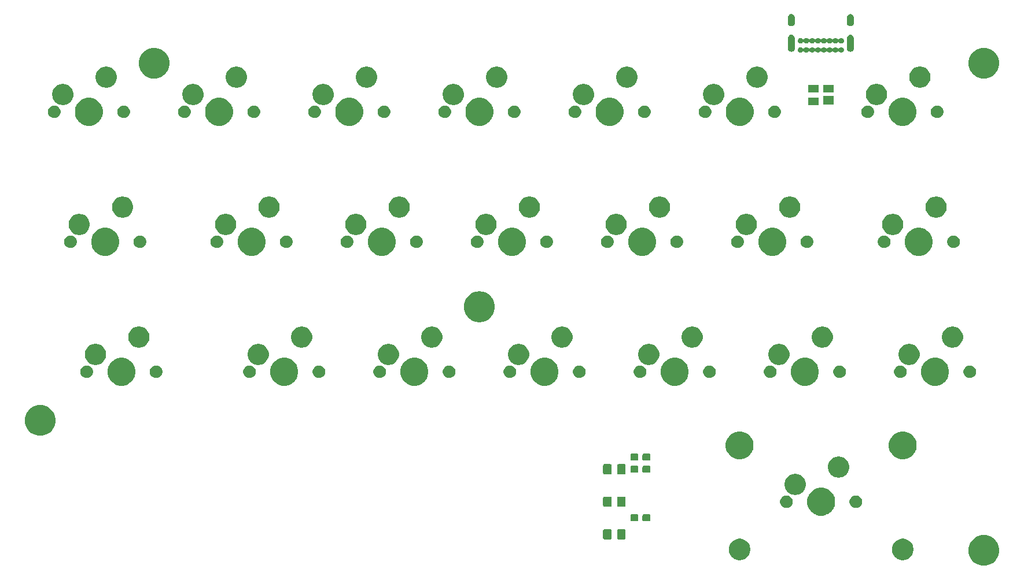
<source format=gts>
G04 #@! TF.GenerationSoftware,KiCad,Pcbnew,5.1.5*
G04 #@! TF.CreationDate,2019-12-26T05:57:11+09:00*
G04 #@! TF.ProjectId,half_qwerty,68616c66-5f71-4776-9572-74792e6b6963,rev?*
G04 #@! TF.SameCoordinates,Original*
G04 #@! TF.FileFunction,Soldermask,Top*
G04 #@! TF.FilePolarity,Negative*
%FSLAX46Y46*%
G04 Gerber Fmt 4.6, Leading zero omitted, Abs format (unit mm)*
G04 Created by KiCad (PCBNEW 5.1.5) date 2019-12-26 05:57:11*
%MOMM*%
%LPD*%
G04 APERTURE LIST*
%ADD10C,0.100000*%
G04 APERTURE END LIST*
D10*
G36*
X221732130Y-143016026D02*
G01*
X222112843Y-143091754D01*
X222522499Y-143261439D01*
X222891179Y-143507784D01*
X223204716Y-143821321D01*
X223451061Y-144190001D01*
X223620746Y-144599657D01*
X223707250Y-145034546D01*
X223707250Y-145477954D01*
X223620746Y-145912843D01*
X223451061Y-146322499D01*
X223204716Y-146691179D01*
X222891179Y-147004716D01*
X222522499Y-147251061D01*
X222112843Y-147420746D01*
X221732130Y-147496474D01*
X221677955Y-147507250D01*
X221234545Y-147507250D01*
X221180370Y-147496474D01*
X220799657Y-147420746D01*
X220390001Y-147251061D01*
X220021321Y-147004716D01*
X219707784Y-146691179D01*
X219461439Y-146322499D01*
X219291754Y-145912843D01*
X219205250Y-145477954D01*
X219205250Y-145034546D01*
X219291754Y-144599657D01*
X219461439Y-144190001D01*
X219707784Y-143821321D01*
X220021321Y-143507784D01*
X220390001Y-143261439D01*
X220799657Y-143091754D01*
X221180370Y-143016026D01*
X221234545Y-143005250D01*
X221677955Y-143005250D01*
X221732130Y-143016026D01*
G37*
G36*
X209856435Y-143546282D02*
G01*
X210041161Y-143583026D01*
X210144909Y-143626000D01*
X210327791Y-143701752D01*
X210327792Y-143701753D01*
X210585754Y-143874117D01*
X210805133Y-144093496D01*
X210869615Y-144190001D01*
X210977498Y-144351459D01*
X211047046Y-144519363D01*
X211080306Y-144599659D01*
X211096224Y-144638090D01*
X211156750Y-144942375D01*
X211156750Y-145252625D01*
X211096224Y-145556910D01*
X210977498Y-145843541D01*
X210977497Y-145843542D01*
X210805133Y-146101504D01*
X210585754Y-146320883D01*
X210413389Y-146436053D01*
X210327791Y-146493248D01*
X210159887Y-146562796D01*
X210041161Y-146611974D01*
X209889017Y-146642237D01*
X209736875Y-146672500D01*
X209426625Y-146672500D01*
X209274483Y-146642237D01*
X209122339Y-146611974D01*
X209003613Y-146562796D01*
X208835709Y-146493248D01*
X208750111Y-146436053D01*
X208577746Y-146320883D01*
X208358367Y-146101504D01*
X208186003Y-145843542D01*
X208186002Y-145843541D01*
X208067276Y-145556910D01*
X208006750Y-145252625D01*
X208006750Y-144942375D01*
X208067276Y-144638090D01*
X208083195Y-144599659D01*
X208116454Y-144519363D01*
X208186002Y-144351459D01*
X208293885Y-144190001D01*
X208358367Y-144093496D01*
X208577746Y-143874117D01*
X208835708Y-143701753D01*
X208835709Y-143701752D01*
X209018591Y-143626000D01*
X209122339Y-143583026D01*
X209307065Y-143546282D01*
X209426625Y-143522500D01*
X209736875Y-143522500D01*
X209856435Y-143546282D01*
G37*
G36*
X185980435Y-143546282D02*
G01*
X186165161Y-143583026D01*
X186268909Y-143626000D01*
X186451791Y-143701752D01*
X186451792Y-143701753D01*
X186709754Y-143874117D01*
X186929133Y-144093496D01*
X186993615Y-144190001D01*
X187101498Y-144351459D01*
X187171046Y-144519363D01*
X187204306Y-144599659D01*
X187220224Y-144638090D01*
X187280750Y-144942375D01*
X187280750Y-145252625D01*
X187220224Y-145556910D01*
X187101498Y-145843541D01*
X187101497Y-145843542D01*
X186929133Y-146101504D01*
X186709754Y-146320883D01*
X186537389Y-146436053D01*
X186451791Y-146493248D01*
X186283887Y-146562796D01*
X186165161Y-146611974D01*
X186013017Y-146642237D01*
X185860875Y-146672500D01*
X185550625Y-146672500D01*
X185398483Y-146642237D01*
X185246339Y-146611974D01*
X185127613Y-146562796D01*
X184959709Y-146493248D01*
X184874111Y-146436053D01*
X184701746Y-146320883D01*
X184482367Y-146101504D01*
X184310003Y-145843542D01*
X184310002Y-145843541D01*
X184191276Y-145556910D01*
X184130750Y-145252625D01*
X184130750Y-144942375D01*
X184191276Y-144638090D01*
X184207195Y-144599659D01*
X184240454Y-144519363D01*
X184310002Y-144351459D01*
X184417885Y-144190001D01*
X184482367Y-144093496D01*
X184701746Y-143874117D01*
X184959708Y-143701753D01*
X184959709Y-143701752D01*
X185142591Y-143626000D01*
X185246339Y-143583026D01*
X185431065Y-143546282D01*
X185550625Y-143522500D01*
X185860875Y-143522500D01*
X185980435Y-143546282D01*
G37*
G36*
X166824674Y-142128465D02*
G01*
X166862367Y-142139899D01*
X166897103Y-142158466D01*
X166927548Y-142183452D01*
X166952534Y-142213897D01*
X166971101Y-142248633D01*
X166982535Y-142286326D01*
X166987000Y-142331661D01*
X166987000Y-143418339D01*
X166982535Y-143463674D01*
X166971101Y-143501367D01*
X166952534Y-143536103D01*
X166927548Y-143566548D01*
X166897103Y-143591534D01*
X166862367Y-143610101D01*
X166824674Y-143621535D01*
X166779339Y-143626000D01*
X165942661Y-143626000D01*
X165897326Y-143621535D01*
X165859633Y-143610101D01*
X165824897Y-143591534D01*
X165794452Y-143566548D01*
X165769466Y-143536103D01*
X165750899Y-143501367D01*
X165739465Y-143463674D01*
X165735000Y-143418339D01*
X165735000Y-142331661D01*
X165739465Y-142286326D01*
X165750899Y-142248633D01*
X165769466Y-142213897D01*
X165794452Y-142183452D01*
X165824897Y-142158466D01*
X165859633Y-142139899D01*
X165897326Y-142128465D01*
X165942661Y-142124000D01*
X166779339Y-142124000D01*
X166824674Y-142128465D01*
G37*
G36*
X168874674Y-142128465D02*
G01*
X168912367Y-142139899D01*
X168947103Y-142158466D01*
X168977548Y-142183452D01*
X169002534Y-142213897D01*
X169021101Y-142248633D01*
X169032535Y-142286326D01*
X169037000Y-142331661D01*
X169037000Y-143418339D01*
X169032535Y-143463674D01*
X169021101Y-143501367D01*
X169002534Y-143536103D01*
X168977548Y-143566548D01*
X168947103Y-143591534D01*
X168912367Y-143610101D01*
X168874674Y-143621535D01*
X168829339Y-143626000D01*
X167992661Y-143626000D01*
X167947326Y-143621535D01*
X167909633Y-143610101D01*
X167874897Y-143591534D01*
X167844452Y-143566548D01*
X167819466Y-143536103D01*
X167800899Y-143501367D01*
X167789465Y-143463674D01*
X167785000Y-143418339D01*
X167785000Y-142331661D01*
X167789465Y-142286326D01*
X167800899Y-142248633D01*
X167819466Y-142213897D01*
X167844452Y-142183452D01*
X167874897Y-142158466D01*
X167909633Y-142139899D01*
X167947326Y-142128465D01*
X167992661Y-142124000D01*
X168829339Y-142124000D01*
X168874674Y-142128465D01*
G37*
G36*
X170735499Y-139940445D02*
G01*
X170772995Y-139951820D01*
X170807554Y-139970292D01*
X170837847Y-139995153D01*
X170862708Y-140025446D01*
X170881180Y-140060005D01*
X170892555Y-140097501D01*
X170897000Y-140142638D01*
X170897000Y-140781362D01*
X170892555Y-140826499D01*
X170881180Y-140863995D01*
X170862708Y-140898554D01*
X170837847Y-140928847D01*
X170807554Y-140953708D01*
X170772995Y-140972180D01*
X170735499Y-140983555D01*
X170690362Y-140988000D01*
X169951638Y-140988000D01*
X169906501Y-140983555D01*
X169869005Y-140972180D01*
X169834446Y-140953708D01*
X169804153Y-140928847D01*
X169779292Y-140898554D01*
X169760820Y-140863995D01*
X169749445Y-140826499D01*
X169745000Y-140781362D01*
X169745000Y-140142638D01*
X169749445Y-140097501D01*
X169760820Y-140060005D01*
X169779292Y-140025446D01*
X169804153Y-139995153D01*
X169834446Y-139970292D01*
X169869005Y-139951820D01*
X169906501Y-139940445D01*
X169951638Y-139936000D01*
X170690362Y-139936000D01*
X170735499Y-139940445D01*
G37*
G36*
X172485499Y-139940445D02*
G01*
X172522995Y-139951820D01*
X172557554Y-139970292D01*
X172587847Y-139995153D01*
X172612708Y-140025446D01*
X172631180Y-140060005D01*
X172642555Y-140097501D01*
X172647000Y-140142638D01*
X172647000Y-140781362D01*
X172642555Y-140826499D01*
X172631180Y-140863995D01*
X172612708Y-140898554D01*
X172587847Y-140928847D01*
X172557554Y-140953708D01*
X172522995Y-140972180D01*
X172485499Y-140983555D01*
X172440362Y-140988000D01*
X171701638Y-140988000D01*
X171656501Y-140983555D01*
X171619005Y-140972180D01*
X171584446Y-140953708D01*
X171554153Y-140928847D01*
X171529292Y-140898554D01*
X171510820Y-140863995D01*
X171499445Y-140826499D01*
X171495000Y-140781362D01*
X171495000Y-140142638D01*
X171499445Y-140097501D01*
X171510820Y-140060005D01*
X171529292Y-140025446D01*
X171554153Y-139995153D01*
X171584446Y-139970292D01*
X171619005Y-139951820D01*
X171656501Y-139940445D01*
X171701638Y-139936000D01*
X172440362Y-139936000D01*
X172485499Y-139940445D01*
G37*
G36*
X198240224Y-136146184D02*
G01*
X198458224Y-136236483D01*
X198612373Y-136300333D01*
X198947298Y-136524123D01*
X199232127Y-136808952D01*
X199455917Y-137143877D01*
X199488312Y-137222086D01*
X199610066Y-137516026D01*
X199688650Y-137911094D01*
X199688650Y-138313906D01*
X199610066Y-138708974D01*
X199546059Y-138863500D01*
X199455917Y-139081123D01*
X199232127Y-139416048D01*
X198947298Y-139700877D01*
X198612373Y-139924667D01*
X198502224Y-139970292D01*
X198240224Y-140078816D01*
X197845156Y-140157400D01*
X197442344Y-140157400D01*
X197047276Y-140078816D01*
X196785276Y-139970292D01*
X196675127Y-139924667D01*
X196340202Y-139700877D01*
X196055373Y-139416048D01*
X195831583Y-139081123D01*
X195741441Y-138863500D01*
X195677434Y-138708974D01*
X195598850Y-138313906D01*
X195598850Y-137911094D01*
X195677434Y-137516026D01*
X195799188Y-137222086D01*
X195831583Y-137143877D01*
X196055373Y-136808952D01*
X196340202Y-136524123D01*
X196675127Y-136300333D01*
X196829276Y-136236483D01*
X197047276Y-136146184D01*
X197442344Y-136067600D01*
X197845156Y-136067600D01*
X198240224Y-136146184D01*
G37*
G36*
X202993854Y-137222085D02*
G01*
X203162376Y-137291889D01*
X203314041Y-137393228D01*
X203443022Y-137522209D01*
X203544361Y-137673874D01*
X203614165Y-137842396D01*
X203649750Y-138021297D01*
X203649750Y-138203703D01*
X203614165Y-138382604D01*
X203544361Y-138551126D01*
X203443022Y-138702791D01*
X203314041Y-138831772D01*
X203162376Y-138933111D01*
X202993854Y-139002915D01*
X202814953Y-139038500D01*
X202632547Y-139038500D01*
X202453646Y-139002915D01*
X202285124Y-138933111D01*
X202133459Y-138831772D01*
X202004478Y-138702791D01*
X201903139Y-138551126D01*
X201833335Y-138382604D01*
X201797750Y-138203703D01*
X201797750Y-138021297D01*
X201833335Y-137842396D01*
X201903139Y-137673874D01*
X202004478Y-137522209D01*
X202133459Y-137393228D01*
X202285124Y-137291889D01*
X202453646Y-137222085D01*
X202632547Y-137186500D01*
X202814953Y-137186500D01*
X202993854Y-137222085D01*
G37*
G36*
X192833854Y-137222085D02*
G01*
X193002376Y-137291889D01*
X193154041Y-137393228D01*
X193283022Y-137522209D01*
X193384361Y-137673874D01*
X193454165Y-137842396D01*
X193489750Y-138021297D01*
X193489750Y-138203703D01*
X193454165Y-138382604D01*
X193384361Y-138551126D01*
X193283022Y-138702791D01*
X193154041Y-138831772D01*
X193002376Y-138933111D01*
X192833854Y-139002915D01*
X192654953Y-139038500D01*
X192472547Y-139038500D01*
X192293646Y-139002915D01*
X192125124Y-138933111D01*
X191973459Y-138831772D01*
X191844478Y-138702791D01*
X191743139Y-138551126D01*
X191673335Y-138382604D01*
X191637750Y-138203703D01*
X191637750Y-138021297D01*
X191673335Y-137842396D01*
X191743139Y-137673874D01*
X191844478Y-137522209D01*
X191973459Y-137393228D01*
X192125124Y-137291889D01*
X192293646Y-137222085D01*
X192472547Y-137186500D01*
X192654953Y-137186500D01*
X192833854Y-137222085D01*
G37*
G36*
X166824674Y-137365965D02*
G01*
X166862367Y-137377399D01*
X166897103Y-137395966D01*
X166927548Y-137420952D01*
X166952534Y-137451397D01*
X166971101Y-137486133D01*
X166982535Y-137523826D01*
X166987000Y-137569161D01*
X166987000Y-138655839D01*
X166982535Y-138701174D01*
X166971101Y-138738867D01*
X166952534Y-138773603D01*
X166927548Y-138804048D01*
X166897103Y-138829034D01*
X166862367Y-138847601D01*
X166824674Y-138859035D01*
X166779339Y-138863500D01*
X165942661Y-138863500D01*
X165897326Y-138859035D01*
X165859633Y-138847601D01*
X165824897Y-138829034D01*
X165794452Y-138804048D01*
X165769466Y-138773603D01*
X165750899Y-138738867D01*
X165739465Y-138701174D01*
X165735000Y-138655839D01*
X165735000Y-137569161D01*
X165739465Y-137523826D01*
X165750899Y-137486133D01*
X165769466Y-137451397D01*
X165794452Y-137420952D01*
X165824897Y-137395966D01*
X165859633Y-137377399D01*
X165897326Y-137365965D01*
X165942661Y-137361500D01*
X166779339Y-137361500D01*
X166824674Y-137365965D01*
G37*
G36*
X168874674Y-137365965D02*
G01*
X168912367Y-137377399D01*
X168947103Y-137395966D01*
X168977548Y-137420952D01*
X169002534Y-137451397D01*
X169021101Y-137486133D01*
X169032535Y-137523826D01*
X169037000Y-137569161D01*
X169037000Y-138655839D01*
X169032535Y-138701174D01*
X169021101Y-138738867D01*
X169002534Y-138773603D01*
X168977548Y-138804048D01*
X168947103Y-138829034D01*
X168912367Y-138847601D01*
X168874674Y-138859035D01*
X168829339Y-138863500D01*
X167992661Y-138863500D01*
X167947326Y-138859035D01*
X167909633Y-138847601D01*
X167874897Y-138829034D01*
X167844452Y-138804048D01*
X167819466Y-138773603D01*
X167800899Y-138738867D01*
X167789465Y-138701174D01*
X167785000Y-138655839D01*
X167785000Y-137569161D01*
X167789465Y-137523826D01*
X167800899Y-137486133D01*
X167819466Y-137451397D01*
X167844452Y-137420952D01*
X167874897Y-137395966D01*
X167909633Y-137377399D01*
X167947326Y-137365965D01*
X167992661Y-137361500D01*
X168829339Y-137361500D01*
X168874674Y-137365965D01*
G37*
G36*
X194136335Y-134051302D02*
G01*
X194286160Y-134081104D01*
X194568424Y-134198021D01*
X194822455Y-134367759D01*
X195038491Y-134583795D01*
X195208229Y-134837826D01*
X195325146Y-135120090D01*
X195384750Y-135419740D01*
X195384750Y-135725260D01*
X195325146Y-136024910D01*
X195208229Y-136307174D01*
X195038491Y-136561205D01*
X194822455Y-136777241D01*
X194568424Y-136946979D01*
X194286160Y-137063896D01*
X194136335Y-137093698D01*
X193986511Y-137123500D01*
X193680989Y-137123500D01*
X193531165Y-137093698D01*
X193381340Y-137063896D01*
X193099076Y-136946979D01*
X192845045Y-136777241D01*
X192629009Y-136561205D01*
X192459271Y-136307174D01*
X192342354Y-136024910D01*
X192282750Y-135725260D01*
X192282750Y-135419740D01*
X192342354Y-135120090D01*
X192459271Y-134837826D01*
X192629009Y-134583795D01*
X192845045Y-134367759D01*
X193099076Y-134198021D01*
X193381340Y-134081104D01*
X193531165Y-134051302D01*
X193680989Y-134021500D01*
X193986511Y-134021500D01*
X194136335Y-134051302D01*
G37*
G36*
X200486335Y-131511302D02*
G01*
X200636160Y-131541104D01*
X200918424Y-131658021D01*
X201172455Y-131827759D01*
X201388491Y-132043795D01*
X201558229Y-132297826D01*
X201675146Y-132580090D01*
X201679948Y-132604230D01*
X201726810Y-132839820D01*
X201734750Y-132879740D01*
X201734750Y-133185260D01*
X201675146Y-133484910D01*
X201558229Y-133767174D01*
X201388491Y-134021205D01*
X201172455Y-134237241D01*
X200918424Y-134406979D01*
X200636160Y-134523896D01*
X200486335Y-134553698D01*
X200336511Y-134583500D01*
X200030989Y-134583500D01*
X199881165Y-134553698D01*
X199731340Y-134523896D01*
X199449076Y-134406979D01*
X199195045Y-134237241D01*
X198979009Y-134021205D01*
X198809271Y-133767174D01*
X198692354Y-133484910D01*
X198632750Y-133185260D01*
X198632750Y-132879740D01*
X198640691Y-132839820D01*
X198687552Y-132604230D01*
X198692354Y-132580090D01*
X198809271Y-132297826D01*
X198979009Y-132043795D01*
X199195045Y-131827759D01*
X199449076Y-131658021D01*
X199731340Y-131541104D01*
X199881165Y-131511302D01*
X200030989Y-131481500D01*
X200336511Y-131481500D01*
X200486335Y-131511302D01*
G37*
G36*
X166824674Y-132603465D02*
G01*
X166862367Y-132614899D01*
X166897103Y-132633466D01*
X166927548Y-132658452D01*
X166952534Y-132688897D01*
X166971101Y-132723633D01*
X166982535Y-132761326D01*
X166987000Y-132806661D01*
X166987000Y-133893339D01*
X166982535Y-133938674D01*
X166971101Y-133976367D01*
X166952534Y-134011103D01*
X166927548Y-134041548D01*
X166897103Y-134066534D01*
X166862367Y-134085101D01*
X166824674Y-134096535D01*
X166779339Y-134101000D01*
X165942661Y-134101000D01*
X165897326Y-134096535D01*
X165859633Y-134085101D01*
X165824897Y-134066534D01*
X165794452Y-134041548D01*
X165769466Y-134011103D01*
X165750899Y-133976367D01*
X165739465Y-133938674D01*
X165735000Y-133893339D01*
X165735000Y-132806661D01*
X165739465Y-132761326D01*
X165750899Y-132723633D01*
X165769466Y-132688897D01*
X165794452Y-132658452D01*
X165824897Y-132633466D01*
X165859633Y-132614899D01*
X165897326Y-132603465D01*
X165942661Y-132599000D01*
X166779339Y-132599000D01*
X166824674Y-132603465D01*
G37*
G36*
X168874674Y-132603465D02*
G01*
X168912367Y-132614899D01*
X168947103Y-132633466D01*
X168977548Y-132658452D01*
X169002534Y-132688897D01*
X169021101Y-132723633D01*
X169032535Y-132761326D01*
X169037000Y-132806661D01*
X169037000Y-133893339D01*
X169032535Y-133938674D01*
X169021101Y-133976367D01*
X169002534Y-134011103D01*
X168977548Y-134041548D01*
X168947103Y-134066534D01*
X168912367Y-134085101D01*
X168874674Y-134096535D01*
X168829339Y-134101000D01*
X167992661Y-134101000D01*
X167947326Y-134096535D01*
X167909633Y-134085101D01*
X167874897Y-134066534D01*
X167844452Y-134041548D01*
X167819466Y-134011103D01*
X167800899Y-133976367D01*
X167789465Y-133938674D01*
X167785000Y-133893339D01*
X167785000Y-132806661D01*
X167789465Y-132761326D01*
X167800899Y-132723633D01*
X167819466Y-132688897D01*
X167844452Y-132658452D01*
X167874897Y-132633466D01*
X167909633Y-132614899D01*
X167947326Y-132603465D01*
X167992661Y-132599000D01*
X168829339Y-132599000D01*
X168874674Y-132603465D01*
G37*
G36*
X172485499Y-132828445D02*
G01*
X172522995Y-132839820D01*
X172557554Y-132858292D01*
X172587847Y-132883153D01*
X172612708Y-132913446D01*
X172631180Y-132948005D01*
X172642555Y-132985501D01*
X172647000Y-133030638D01*
X172647000Y-133669362D01*
X172642555Y-133714499D01*
X172631180Y-133751995D01*
X172612708Y-133786554D01*
X172587847Y-133816847D01*
X172557554Y-133841708D01*
X172522995Y-133860180D01*
X172485499Y-133871555D01*
X172440362Y-133876000D01*
X171701638Y-133876000D01*
X171656501Y-133871555D01*
X171619005Y-133860180D01*
X171584446Y-133841708D01*
X171554153Y-133816847D01*
X171529292Y-133786554D01*
X171510820Y-133751995D01*
X171499445Y-133714499D01*
X171495000Y-133669362D01*
X171495000Y-133030638D01*
X171499445Y-132985501D01*
X171510820Y-132948005D01*
X171529292Y-132913446D01*
X171554153Y-132883153D01*
X171584446Y-132858292D01*
X171619005Y-132839820D01*
X171656501Y-132828445D01*
X171701638Y-132824000D01*
X172440362Y-132824000D01*
X172485499Y-132828445D01*
G37*
G36*
X170735499Y-132828445D02*
G01*
X170772995Y-132839820D01*
X170807554Y-132858292D01*
X170837847Y-132883153D01*
X170862708Y-132913446D01*
X170881180Y-132948005D01*
X170892555Y-132985501D01*
X170897000Y-133030638D01*
X170897000Y-133669362D01*
X170892555Y-133714499D01*
X170881180Y-133751995D01*
X170862708Y-133786554D01*
X170837847Y-133816847D01*
X170807554Y-133841708D01*
X170772995Y-133860180D01*
X170735499Y-133871555D01*
X170690362Y-133876000D01*
X169951638Y-133876000D01*
X169906501Y-133871555D01*
X169869005Y-133860180D01*
X169834446Y-133841708D01*
X169804153Y-133816847D01*
X169779292Y-133786554D01*
X169760820Y-133751995D01*
X169749445Y-133714499D01*
X169745000Y-133669362D01*
X169745000Y-133030638D01*
X169749445Y-132985501D01*
X169760820Y-132948005D01*
X169779292Y-132913446D01*
X169804153Y-132883153D01*
X169834446Y-132858292D01*
X169869005Y-132839820D01*
X169906501Y-132828445D01*
X169951638Y-132824000D01*
X170690362Y-132824000D01*
X170735499Y-132828445D01*
G37*
G36*
X170735499Y-131050445D02*
G01*
X170772995Y-131061820D01*
X170807554Y-131080292D01*
X170837847Y-131105153D01*
X170862708Y-131135446D01*
X170881180Y-131170005D01*
X170892555Y-131207501D01*
X170897000Y-131252638D01*
X170897000Y-131891362D01*
X170892555Y-131936499D01*
X170881180Y-131973995D01*
X170862708Y-132008554D01*
X170837847Y-132038847D01*
X170807554Y-132063708D01*
X170772995Y-132082180D01*
X170735499Y-132093555D01*
X170690362Y-132098000D01*
X169951638Y-132098000D01*
X169906501Y-132093555D01*
X169869005Y-132082180D01*
X169834446Y-132063708D01*
X169804153Y-132038847D01*
X169779292Y-132008554D01*
X169760820Y-131973995D01*
X169749445Y-131936499D01*
X169745000Y-131891362D01*
X169745000Y-131252638D01*
X169749445Y-131207501D01*
X169760820Y-131170005D01*
X169779292Y-131135446D01*
X169804153Y-131105153D01*
X169834446Y-131080292D01*
X169869005Y-131061820D01*
X169906501Y-131050445D01*
X169951638Y-131046000D01*
X170690362Y-131046000D01*
X170735499Y-131050445D01*
G37*
G36*
X172485499Y-131050445D02*
G01*
X172522995Y-131061820D01*
X172557554Y-131080292D01*
X172587847Y-131105153D01*
X172612708Y-131135446D01*
X172631180Y-131170005D01*
X172642555Y-131207501D01*
X172647000Y-131252638D01*
X172647000Y-131891362D01*
X172642555Y-131936499D01*
X172631180Y-131973995D01*
X172612708Y-132008554D01*
X172587847Y-132038847D01*
X172557554Y-132063708D01*
X172522995Y-132082180D01*
X172485499Y-132093555D01*
X172440362Y-132098000D01*
X171701638Y-132098000D01*
X171656501Y-132093555D01*
X171619005Y-132082180D01*
X171584446Y-132063708D01*
X171554153Y-132038847D01*
X171529292Y-132008554D01*
X171510820Y-131973995D01*
X171499445Y-131936499D01*
X171495000Y-131891362D01*
X171495000Y-131252638D01*
X171499445Y-131207501D01*
X171510820Y-131170005D01*
X171529292Y-131135446D01*
X171554153Y-131105153D01*
X171584446Y-131080292D01*
X171619005Y-131061820D01*
X171656501Y-131050445D01*
X171701638Y-131046000D01*
X172440362Y-131046000D01*
X172485499Y-131050445D01*
G37*
G36*
X186302224Y-127891184D02*
G01*
X186520224Y-127981483D01*
X186674373Y-128045333D01*
X187009298Y-128269123D01*
X187294127Y-128553952D01*
X187517917Y-128888877D01*
X187517917Y-128888878D01*
X187672066Y-129261026D01*
X187750650Y-129656094D01*
X187750650Y-130058906D01*
X187672066Y-130453974D01*
X187581767Y-130671974D01*
X187517917Y-130826123D01*
X187294127Y-131161048D01*
X187009298Y-131445877D01*
X186674373Y-131669667D01*
X186520224Y-131733517D01*
X186302224Y-131823816D01*
X185907156Y-131902400D01*
X185504344Y-131902400D01*
X185109276Y-131823816D01*
X184891276Y-131733517D01*
X184737127Y-131669667D01*
X184402202Y-131445877D01*
X184117373Y-131161048D01*
X183893583Y-130826123D01*
X183829733Y-130671974D01*
X183739434Y-130453974D01*
X183660850Y-130058906D01*
X183660850Y-129656094D01*
X183739434Y-129261026D01*
X183893583Y-128888878D01*
X183893583Y-128888877D01*
X184117373Y-128553952D01*
X184402202Y-128269123D01*
X184737127Y-128045333D01*
X184891276Y-127981483D01*
X185109276Y-127891184D01*
X185504344Y-127812600D01*
X185907156Y-127812600D01*
X186302224Y-127891184D01*
G37*
G36*
X210178224Y-127891184D02*
G01*
X210396224Y-127981483D01*
X210550373Y-128045333D01*
X210885298Y-128269123D01*
X211170127Y-128553952D01*
X211393917Y-128888877D01*
X211393917Y-128888878D01*
X211548066Y-129261026D01*
X211626650Y-129656094D01*
X211626650Y-130058906D01*
X211548066Y-130453974D01*
X211457767Y-130671974D01*
X211393917Y-130826123D01*
X211170127Y-131161048D01*
X210885298Y-131445877D01*
X210550373Y-131669667D01*
X210396224Y-131733517D01*
X210178224Y-131823816D01*
X209783156Y-131902400D01*
X209380344Y-131902400D01*
X208985276Y-131823816D01*
X208767276Y-131733517D01*
X208613127Y-131669667D01*
X208278202Y-131445877D01*
X207993373Y-131161048D01*
X207769583Y-130826123D01*
X207705733Y-130671974D01*
X207615434Y-130453974D01*
X207536850Y-130058906D01*
X207536850Y-129656094D01*
X207615434Y-129261026D01*
X207769583Y-128888878D01*
X207769583Y-128888877D01*
X207993373Y-128553952D01*
X208278202Y-128269123D01*
X208613127Y-128045333D01*
X208767276Y-127981483D01*
X208985276Y-127891184D01*
X209380344Y-127812600D01*
X209783156Y-127812600D01*
X210178224Y-127891184D01*
G37*
G36*
X83619630Y-123966026D02*
G01*
X84000343Y-124041754D01*
X84409999Y-124211439D01*
X84778679Y-124457784D01*
X85092216Y-124771321D01*
X85338561Y-125140001D01*
X85508246Y-125549657D01*
X85594750Y-125984546D01*
X85594750Y-126427954D01*
X85508246Y-126862843D01*
X85338561Y-127272499D01*
X85092216Y-127641179D01*
X84778679Y-127954716D01*
X84409999Y-128201061D01*
X84000343Y-128370746D01*
X83619630Y-128446474D01*
X83565455Y-128457250D01*
X83122045Y-128457250D01*
X83067870Y-128446474D01*
X82687157Y-128370746D01*
X82277501Y-128201061D01*
X81908821Y-127954716D01*
X81595284Y-127641179D01*
X81348939Y-127272499D01*
X81179254Y-126862843D01*
X81092750Y-126427954D01*
X81092750Y-125984546D01*
X81179254Y-125549657D01*
X81348939Y-125140001D01*
X81595284Y-124771321D01*
X81908821Y-124457784D01*
X82277501Y-124211439D01*
X82687157Y-124041754D01*
X83067870Y-123966026D01*
X83122045Y-123955250D01*
X83565455Y-123955250D01*
X83619630Y-123966026D01*
G37*
G36*
X157758974Y-117096184D02*
G01*
X157976974Y-117186483D01*
X158131123Y-117250333D01*
X158466048Y-117474123D01*
X158750877Y-117758952D01*
X158974667Y-118093877D01*
X159007062Y-118172086D01*
X159128816Y-118466026D01*
X159207400Y-118861094D01*
X159207400Y-119263906D01*
X159128816Y-119658974D01*
X159077951Y-119781772D01*
X158974667Y-120031123D01*
X158750877Y-120366048D01*
X158466048Y-120650877D01*
X158131123Y-120874667D01*
X157976974Y-120938517D01*
X157758974Y-121028816D01*
X157363906Y-121107400D01*
X156961094Y-121107400D01*
X156566026Y-121028816D01*
X156348026Y-120938517D01*
X156193877Y-120874667D01*
X155858952Y-120650877D01*
X155574123Y-120366048D01*
X155350333Y-120031123D01*
X155247049Y-119781772D01*
X155196184Y-119658974D01*
X155117600Y-119263906D01*
X155117600Y-118861094D01*
X155196184Y-118466026D01*
X155317938Y-118172086D01*
X155350333Y-118093877D01*
X155574123Y-117758952D01*
X155858952Y-117474123D01*
X156193877Y-117250333D01*
X156348026Y-117186483D01*
X156566026Y-117096184D01*
X156961094Y-117017600D01*
X157363906Y-117017600D01*
X157758974Y-117096184D01*
G37*
G36*
X119658974Y-117096184D02*
G01*
X119876974Y-117186483D01*
X120031123Y-117250333D01*
X120366048Y-117474123D01*
X120650877Y-117758952D01*
X120874667Y-118093877D01*
X120907062Y-118172086D01*
X121028816Y-118466026D01*
X121107400Y-118861094D01*
X121107400Y-119263906D01*
X121028816Y-119658974D01*
X120977951Y-119781772D01*
X120874667Y-120031123D01*
X120650877Y-120366048D01*
X120366048Y-120650877D01*
X120031123Y-120874667D01*
X119876974Y-120938517D01*
X119658974Y-121028816D01*
X119263906Y-121107400D01*
X118861094Y-121107400D01*
X118466026Y-121028816D01*
X118248026Y-120938517D01*
X118093877Y-120874667D01*
X117758952Y-120650877D01*
X117474123Y-120366048D01*
X117250333Y-120031123D01*
X117147049Y-119781772D01*
X117096184Y-119658974D01*
X117017600Y-119263906D01*
X117017600Y-118861094D01*
X117096184Y-118466026D01*
X117217938Y-118172086D01*
X117250333Y-118093877D01*
X117474123Y-117758952D01*
X117758952Y-117474123D01*
X118093877Y-117250333D01*
X118248026Y-117186483D01*
X118466026Y-117096184D01*
X118861094Y-117017600D01*
X119263906Y-117017600D01*
X119658974Y-117096184D01*
G37*
G36*
X195858974Y-117096184D02*
G01*
X196076974Y-117186483D01*
X196231123Y-117250333D01*
X196566048Y-117474123D01*
X196850877Y-117758952D01*
X197074667Y-118093877D01*
X197107062Y-118172086D01*
X197228816Y-118466026D01*
X197307400Y-118861094D01*
X197307400Y-119263906D01*
X197228816Y-119658974D01*
X197177951Y-119781772D01*
X197074667Y-120031123D01*
X196850877Y-120366048D01*
X196566048Y-120650877D01*
X196231123Y-120874667D01*
X196076974Y-120938517D01*
X195858974Y-121028816D01*
X195463906Y-121107400D01*
X195061094Y-121107400D01*
X194666026Y-121028816D01*
X194448026Y-120938517D01*
X194293877Y-120874667D01*
X193958952Y-120650877D01*
X193674123Y-120366048D01*
X193450333Y-120031123D01*
X193347049Y-119781772D01*
X193296184Y-119658974D01*
X193217600Y-119263906D01*
X193217600Y-118861094D01*
X193296184Y-118466026D01*
X193417938Y-118172086D01*
X193450333Y-118093877D01*
X193674123Y-117758952D01*
X193958952Y-117474123D01*
X194293877Y-117250333D01*
X194448026Y-117186483D01*
X194666026Y-117096184D01*
X195061094Y-117017600D01*
X195463906Y-117017600D01*
X195858974Y-117096184D01*
G37*
G36*
X214908974Y-117096184D02*
G01*
X215126974Y-117186483D01*
X215281123Y-117250333D01*
X215616048Y-117474123D01*
X215900877Y-117758952D01*
X216124667Y-118093877D01*
X216157062Y-118172086D01*
X216278816Y-118466026D01*
X216357400Y-118861094D01*
X216357400Y-119263906D01*
X216278816Y-119658974D01*
X216227951Y-119781772D01*
X216124667Y-120031123D01*
X215900877Y-120366048D01*
X215616048Y-120650877D01*
X215281123Y-120874667D01*
X215126974Y-120938517D01*
X214908974Y-121028816D01*
X214513906Y-121107400D01*
X214111094Y-121107400D01*
X213716026Y-121028816D01*
X213498026Y-120938517D01*
X213343877Y-120874667D01*
X213008952Y-120650877D01*
X212724123Y-120366048D01*
X212500333Y-120031123D01*
X212397049Y-119781772D01*
X212346184Y-119658974D01*
X212267600Y-119263906D01*
X212267600Y-118861094D01*
X212346184Y-118466026D01*
X212467938Y-118172086D01*
X212500333Y-118093877D01*
X212724123Y-117758952D01*
X213008952Y-117474123D01*
X213343877Y-117250333D01*
X213498026Y-117186483D01*
X213716026Y-117096184D01*
X214111094Y-117017600D01*
X214513906Y-117017600D01*
X214908974Y-117096184D01*
G37*
G36*
X95846474Y-117096184D02*
G01*
X96064474Y-117186483D01*
X96218623Y-117250333D01*
X96553548Y-117474123D01*
X96838377Y-117758952D01*
X97062167Y-118093877D01*
X97094562Y-118172086D01*
X97216316Y-118466026D01*
X97294900Y-118861094D01*
X97294900Y-119263906D01*
X97216316Y-119658974D01*
X97165451Y-119781772D01*
X97062167Y-120031123D01*
X96838377Y-120366048D01*
X96553548Y-120650877D01*
X96218623Y-120874667D01*
X96064474Y-120938517D01*
X95846474Y-121028816D01*
X95451406Y-121107400D01*
X95048594Y-121107400D01*
X94653526Y-121028816D01*
X94435526Y-120938517D01*
X94281377Y-120874667D01*
X93946452Y-120650877D01*
X93661623Y-120366048D01*
X93437833Y-120031123D01*
X93334549Y-119781772D01*
X93283684Y-119658974D01*
X93205100Y-119263906D01*
X93205100Y-118861094D01*
X93283684Y-118466026D01*
X93405438Y-118172086D01*
X93437833Y-118093877D01*
X93661623Y-117758952D01*
X93946452Y-117474123D01*
X94281377Y-117250333D01*
X94435526Y-117186483D01*
X94653526Y-117096184D01*
X95048594Y-117017600D01*
X95451406Y-117017600D01*
X95846474Y-117096184D01*
G37*
G36*
X138708974Y-117096184D02*
G01*
X138926974Y-117186483D01*
X139081123Y-117250333D01*
X139416048Y-117474123D01*
X139700877Y-117758952D01*
X139924667Y-118093877D01*
X139957062Y-118172086D01*
X140078816Y-118466026D01*
X140157400Y-118861094D01*
X140157400Y-119263906D01*
X140078816Y-119658974D01*
X140027951Y-119781772D01*
X139924667Y-120031123D01*
X139700877Y-120366048D01*
X139416048Y-120650877D01*
X139081123Y-120874667D01*
X138926974Y-120938517D01*
X138708974Y-121028816D01*
X138313906Y-121107400D01*
X137911094Y-121107400D01*
X137516026Y-121028816D01*
X137298026Y-120938517D01*
X137143877Y-120874667D01*
X136808952Y-120650877D01*
X136524123Y-120366048D01*
X136300333Y-120031123D01*
X136197049Y-119781772D01*
X136146184Y-119658974D01*
X136067600Y-119263906D01*
X136067600Y-118861094D01*
X136146184Y-118466026D01*
X136267938Y-118172086D01*
X136300333Y-118093877D01*
X136524123Y-117758952D01*
X136808952Y-117474123D01*
X137143877Y-117250333D01*
X137298026Y-117186483D01*
X137516026Y-117096184D01*
X137911094Y-117017600D01*
X138313906Y-117017600D01*
X138708974Y-117096184D01*
G37*
G36*
X176808974Y-117096184D02*
G01*
X177026974Y-117186483D01*
X177181123Y-117250333D01*
X177516048Y-117474123D01*
X177800877Y-117758952D01*
X178024667Y-118093877D01*
X178057062Y-118172086D01*
X178178816Y-118466026D01*
X178257400Y-118861094D01*
X178257400Y-119263906D01*
X178178816Y-119658974D01*
X178127951Y-119781772D01*
X178024667Y-120031123D01*
X177800877Y-120366048D01*
X177516048Y-120650877D01*
X177181123Y-120874667D01*
X177026974Y-120938517D01*
X176808974Y-121028816D01*
X176413906Y-121107400D01*
X176011094Y-121107400D01*
X175616026Y-121028816D01*
X175398026Y-120938517D01*
X175243877Y-120874667D01*
X174908952Y-120650877D01*
X174624123Y-120366048D01*
X174400333Y-120031123D01*
X174297049Y-119781772D01*
X174246184Y-119658974D01*
X174167600Y-119263906D01*
X174167600Y-118861094D01*
X174246184Y-118466026D01*
X174367938Y-118172086D01*
X174400333Y-118093877D01*
X174624123Y-117758952D01*
X174908952Y-117474123D01*
X175243877Y-117250333D01*
X175398026Y-117186483D01*
X175616026Y-117096184D01*
X176011094Y-117017600D01*
X176413906Y-117017600D01*
X176808974Y-117096184D01*
G37*
G36*
X200612604Y-118172085D02*
G01*
X200781126Y-118241889D01*
X200932791Y-118343228D01*
X201061772Y-118472209D01*
X201163111Y-118623874D01*
X201232915Y-118792396D01*
X201268500Y-118971297D01*
X201268500Y-119153703D01*
X201232915Y-119332604D01*
X201163111Y-119501126D01*
X201061772Y-119652791D01*
X200932791Y-119781772D01*
X200781126Y-119883111D01*
X200612604Y-119952915D01*
X200433703Y-119988500D01*
X200251297Y-119988500D01*
X200072396Y-119952915D01*
X199903874Y-119883111D01*
X199752209Y-119781772D01*
X199623228Y-119652791D01*
X199521889Y-119501126D01*
X199452085Y-119332604D01*
X199416500Y-119153703D01*
X199416500Y-118971297D01*
X199452085Y-118792396D01*
X199521889Y-118623874D01*
X199623228Y-118472209D01*
X199752209Y-118343228D01*
X199903874Y-118241889D01*
X200072396Y-118172085D01*
X200251297Y-118136500D01*
X200433703Y-118136500D01*
X200612604Y-118172085D01*
G37*
G36*
X209502604Y-118172085D02*
G01*
X209671126Y-118241889D01*
X209822791Y-118343228D01*
X209951772Y-118472209D01*
X210053111Y-118623874D01*
X210122915Y-118792396D01*
X210158500Y-118971297D01*
X210158500Y-119153703D01*
X210122915Y-119332604D01*
X210053111Y-119501126D01*
X209951772Y-119652791D01*
X209822791Y-119781772D01*
X209671126Y-119883111D01*
X209502604Y-119952915D01*
X209323703Y-119988500D01*
X209141297Y-119988500D01*
X208962396Y-119952915D01*
X208793874Y-119883111D01*
X208642209Y-119781772D01*
X208513228Y-119652791D01*
X208411889Y-119501126D01*
X208342085Y-119332604D01*
X208306500Y-119153703D01*
X208306500Y-118971297D01*
X208342085Y-118792396D01*
X208411889Y-118623874D01*
X208513228Y-118472209D01*
X208642209Y-118343228D01*
X208793874Y-118241889D01*
X208962396Y-118172085D01*
X209141297Y-118136500D01*
X209323703Y-118136500D01*
X209502604Y-118172085D01*
G37*
G36*
X190452604Y-118172085D02*
G01*
X190621126Y-118241889D01*
X190772791Y-118343228D01*
X190901772Y-118472209D01*
X191003111Y-118623874D01*
X191072915Y-118792396D01*
X191108500Y-118971297D01*
X191108500Y-119153703D01*
X191072915Y-119332604D01*
X191003111Y-119501126D01*
X190901772Y-119652791D01*
X190772791Y-119781772D01*
X190621126Y-119883111D01*
X190452604Y-119952915D01*
X190273703Y-119988500D01*
X190091297Y-119988500D01*
X189912396Y-119952915D01*
X189743874Y-119883111D01*
X189592209Y-119781772D01*
X189463228Y-119652791D01*
X189361889Y-119501126D01*
X189292085Y-119332604D01*
X189256500Y-119153703D01*
X189256500Y-118971297D01*
X189292085Y-118792396D01*
X189361889Y-118623874D01*
X189463228Y-118472209D01*
X189592209Y-118343228D01*
X189743874Y-118241889D01*
X189912396Y-118172085D01*
X190091297Y-118136500D01*
X190273703Y-118136500D01*
X190452604Y-118172085D01*
G37*
G36*
X143462604Y-118172085D02*
G01*
X143631126Y-118241889D01*
X143782791Y-118343228D01*
X143911772Y-118472209D01*
X144013111Y-118623874D01*
X144082915Y-118792396D01*
X144118500Y-118971297D01*
X144118500Y-119153703D01*
X144082915Y-119332604D01*
X144013111Y-119501126D01*
X143911772Y-119652791D01*
X143782791Y-119781772D01*
X143631126Y-119883111D01*
X143462604Y-119952915D01*
X143283703Y-119988500D01*
X143101297Y-119988500D01*
X142922396Y-119952915D01*
X142753874Y-119883111D01*
X142602209Y-119781772D01*
X142473228Y-119652791D01*
X142371889Y-119501126D01*
X142302085Y-119332604D01*
X142266500Y-119153703D01*
X142266500Y-118971297D01*
X142302085Y-118792396D01*
X142371889Y-118623874D01*
X142473228Y-118472209D01*
X142602209Y-118343228D01*
X142753874Y-118241889D01*
X142922396Y-118172085D01*
X143101297Y-118136500D01*
X143283703Y-118136500D01*
X143462604Y-118172085D01*
G37*
G36*
X133302604Y-118172085D02*
G01*
X133471126Y-118241889D01*
X133622791Y-118343228D01*
X133751772Y-118472209D01*
X133853111Y-118623874D01*
X133922915Y-118792396D01*
X133958500Y-118971297D01*
X133958500Y-119153703D01*
X133922915Y-119332604D01*
X133853111Y-119501126D01*
X133751772Y-119652791D01*
X133622791Y-119781772D01*
X133471126Y-119883111D01*
X133302604Y-119952915D01*
X133123703Y-119988500D01*
X132941297Y-119988500D01*
X132762396Y-119952915D01*
X132593874Y-119883111D01*
X132442209Y-119781772D01*
X132313228Y-119652791D01*
X132211889Y-119501126D01*
X132142085Y-119332604D01*
X132106500Y-119153703D01*
X132106500Y-118971297D01*
X132142085Y-118792396D01*
X132211889Y-118623874D01*
X132313228Y-118472209D01*
X132442209Y-118343228D01*
X132593874Y-118241889D01*
X132762396Y-118172085D01*
X132941297Y-118136500D01*
X133123703Y-118136500D01*
X133302604Y-118172085D01*
G37*
G36*
X162512604Y-118172085D02*
G01*
X162681126Y-118241889D01*
X162832791Y-118343228D01*
X162961772Y-118472209D01*
X163063111Y-118623874D01*
X163132915Y-118792396D01*
X163168500Y-118971297D01*
X163168500Y-119153703D01*
X163132915Y-119332604D01*
X163063111Y-119501126D01*
X162961772Y-119652791D01*
X162832791Y-119781772D01*
X162681126Y-119883111D01*
X162512604Y-119952915D01*
X162333703Y-119988500D01*
X162151297Y-119988500D01*
X161972396Y-119952915D01*
X161803874Y-119883111D01*
X161652209Y-119781772D01*
X161523228Y-119652791D01*
X161421889Y-119501126D01*
X161352085Y-119332604D01*
X161316500Y-119153703D01*
X161316500Y-118971297D01*
X161352085Y-118792396D01*
X161421889Y-118623874D01*
X161523228Y-118472209D01*
X161652209Y-118343228D01*
X161803874Y-118241889D01*
X161972396Y-118172085D01*
X162151297Y-118136500D01*
X162333703Y-118136500D01*
X162512604Y-118172085D01*
G37*
G36*
X100600104Y-118172085D02*
G01*
X100768626Y-118241889D01*
X100920291Y-118343228D01*
X101049272Y-118472209D01*
X101150611Y-118623874D01*
X101220415Y-118792396D01*
X101256000Y-118971297D01*
X101256000Y-119153703D01*
X101220415Y-119332604D01*
X101150611Y-119501126D01*
X101049272Y-119652791D01*
X100920291Y-119781772D01*
X100768626Y-119883111D01*
X100600104Y-119952915D01*
X100421203Y-119988500D01*
X100238797Y-119988500D01*
X100059896Y-119952915D01*
X99891374Y-119883111D01*
X99739709Y-119781772D01*
X99610728Y-119652791D01*
X99509389Y-119501126D01*
X99439585Y-119332604D01*
X99404000Y-119153703D01*
X99404000Y-118971297D01*
X99439585Y-118792396D01*
X99509389Y-118623874D01*
X99610728Y-118472209D01*
X99739709Y-118343228D01*
X99891374Y-118241889D01*
X100059896Y-118172085D01*
X100238797Y-118136500D01*
X100421203Y-118136500D01*
X100600104Y-118172085D01*
G37*
G36*
X152352604Y-118172085D02*
G01*
X152521126Y-118241889D01*
X152672791Y-118343228D01*
X152801772Y-118472209D01*
X152903111Y-118623874D01*
X152972915Y-118792396D01*
X153008500Y-118971297D01*
X153008500Y-119153703D01*
X152972915Y-119332604D01*
X152903111Y-119501126D01*
X152801772Y-119652791D01*
X152672791Y-119781772D01*
X152521126Y-119883111D01*
X152352604Y-119952915D01*
X152173703Y-119988500D01*
X151991297Y-119988500D01*
X151812396Y-119952915D01*
X151643874Y-119883111D01*
X151492209Y-119781772D01*
X151363228Y-119652791D01*
X151261889Y-119501126D01*
X151192085Y-119332604D01*
X151156500Y-119153703D01*
X151156500Y-118971297D01*
X151192085Y-118792396D01*
X151261889Y-118623874D01*
X151363228Y-118472209D01*
X151492209Y-118343228D01*
X151643874Y-118241889D01*
X151812396Y-118172085D01*
X151991297Y-118136500D01*
X152173703Y-118136500D01*
X152352604Y-118172085D01*
G37*
G36*
X219662604Y-118172085D02*
G01*
X219831126Y-118241889D01*
X219982791Y-118343228D01*
X220111772Y-118472209D01*
X220213111Y-118623874D01*
X220282915Y-118792396D01*
X220318500Y-118971297D01*
X220318500Y-119153703D01*
X220282915Y-119332604D01*
X220213111Y-119501126D01*
X220111772Y-119652791D01*
X219982791Y-119781772D01*
X219831126Y-119883111D01*
X219662604Y-119952915D01*
X219483703Y-119988500D01*
X219301297Y-119988500D01*
X219122396Y-119952915D01*
X218953874Y-119883111D01*
X218802209Y-119781772D01*
X218673228Y-119652791D01*
X218571889Y-119501126D01*
X218502085Y-119332604D01*
X218466500Y-119153703D01*
X218466500Y-118971297D01*
X218502085Y-118792396D01*
X218571889Y-118623874D01*
X218673228Y-118472209D01*
X218802209Y-118343228D01*
X218953874Y-118241889D01*
X219122396Y-118172085D01*
X219301297Y-118136500D01*
X219483703Y-118136500D01*
X219662604Y-118172085D01*
G37*
G36*
X114252604Y-118172085D02*
G01*
X114421126Y-118241889D01*
X114572791Y-118343228D01*
X114701772Y-118472209D01*
X114803111Y-118623874D01*
X114872915Y-118792396D01*
X114908500Y-118971297D01*
X114908500Y-119153703D01*
X114872915Y-119332604D01*
X114803111Y-119501126D01*
X114701772Y-119652791D01*
X114572791Y-119781772D01*
X114421126Y-119883111D01*
X114252604Y-119952915D01*
X114073703Y-119988500D01*
X113891297Y-119988500D01*
X113712396Y-119952915D01*
X113543874Y-119883111D01*
X113392209Y-119781772D01*
X113263228Y-119652791D01*
X113161889Y-119501126D01*
X113092085Y-119332604D01*
X113056500Y-119153703D01*
X113056500Y-118971297D01*
X113092085Y-118792396D01*
X113161889Y-118623874D01*
X113263228Y-118472209D01*
X113392209Y-118343228D01*
X113543874Y-118241889D01*
X113712396Y-118172085D01*
X113891297Y-118136500D01*
X114073703Y-118136500D01*
X114252604Y-118172085D01*
G37*
G36*
X171402604Y-118172085D02*
G01*
X171571126Y-118241889D01*
X171722791Y-118343228D01*
X171851772Y-118472209D01*
X171953111Y-118623874D01*
X172022915Y-118792396D01*
X172058500Y-118971297D01*
X172058500Y-119153703D01*
X172022915Y-119332604D01*
X171953111Y-119501126D01*
X171851772Y-119652791D01*
X171722791Y-119781772D01*
X171571126Y-119883111D01*
X171402604Y-119952915D01*
X171223703Y-119988500D01*
X171041297Y-119988500D01*
X170862396Y-119952915D01*
X170693874Y-119883111D01*
X170542209Y-119781772D01*
X170413228Y-119652791D01*
X170311889Y-119501126D01*
X170242085Y-119332604D01*
X170206500Y-119153703D01*
X170206500Y-118971297D01*
X170242085Y-118792396D01*
X170311889Y-118623874D01*
X170413228Y-118472209D01*
X170542209Y-118343228D01*
X170693874Y-118241889D01*
X170862396Y-118172085D01*
X171041297Y-118136500D01*
X171223703Y-118136500D01*
X171402604Y-118172085D01*
G37*
G36*
X181562604Y-118172085D02*
G01*
X181731126Y-118241889D01*
X181882791Y-118343228D01*
X182011772Y-118472209D01*
X182113111Y-118623874D01*
X182182915Y-118792396D01*
X182218500Y-118971297D01*
X182218500Y-119153703D01*
X182182915Y-119332604D01*
X182113111Y-119501126D01*
X182011772Y-119652791D01*
X181882791Y-119781772D01*
X181731126Y-119883111D01*
X181562604Y-119952915D01*
X181383703Y-119988500D01*
X181201297Y-119988500D01*
X181022396Y-119952915D01*
X180853874Y-119883111D01*
X180702209Y-119781772D01*
X180573228Y-119652791D01*
X180471889Y-119501126D01*
X180402085Y-119332604D01*
X180366500Y-119153703D01*
X180366500Y-118971297D01*
X180402085Y-118792396D01*
X180471889Y-118623874D01*
X180573228Y-118472209D01*
X180702209Y-118343228D01*
X180853874Y-118241889D01*
X181022396Y-118172085D01*
X181201297Y-118136500D01*
X181383703Y-118136500D01*
X181562604Y-118172085D01*
G37*
G36*
X124412604Y-118172085D02*
G01*
X124581126Y-118241889D01*
X124732791Y-118343228D01*
X124861772Y-118472209D01*
X124963111Y-118623874D01*
X125032915Y-118792396D01*
X125068500Y-118971297D01*
X125068500Y-119153703D01*
X125032915Y-119332604D01*
X124963111Y-119501126D01*
X124861772Y-119652791D01*
X124732791Y-119781772D01*
X124581126Y-119883111D01*
X124412604Y-119952915D01*
X124233703Y-119988500D01*
X124051297Y-119988500D01*
X123872396Y-119952915D01*
X123703874Y-119883111D01*
X123552209Y-119781772D01*
X123423228Y-119652791D01*
X123321889Y-119501126D01*
X123252085Y-119332604D01*
X123216500Y-119153703D01*
X123216500Y-118971297D01*
X123252085Y-118792396D01*
X123321889Y-118623874D01*
X123423228Y-118472209D01*
X123552209Y-118343228D01*
X123703874Y-118241889D01*
X123872396Y-118172085D01*
X124051297Y-118136500D01*
X124233703Y-118136500D01*
X124412604Y-118172085D01*
G37*
G36*
X90440104Y-118172085D02*
G01*
X90608626Y-118241889D01*
X90760291Y-118343228D01*
X90889272Y-118472209D01*
X90990611Y-118623874D01*
X91060415Y-118792396D01*
X91096000Y-118971297D01*
X91096000Y-119153703D01*
X91060415Y-119332604D01*
X90990611Y-119501126D01*
X90889272Y-119652791D01*
X90760291Y-119781772D01*
X90608626Y-119883111D01*
X90440104Y-119952915D01*
X90261203Y-119988500D01*
X90078797Y-119988500D01*
X89899896Y-119952915D01*
X89731374Y-119883111D01*
X89579709Y-119781772D01*
X89450728Y-119652791D01*
X89349389Y-119501126D01*
X89279585Y-119332604D01*
X89244000Y-119153703D01*
X89244000Y-118971297D01*
X89279585Y-118792396D01*
X89349389Y-118623874D01*
X89450728Y-118472209D01*
X89579709Y-118343228D01*
X89731374Y-118241889D01*
X89899896Y-118172085D01*
X90078797Y-118136500D01*
X90261203Y-118136500D01*
X90440104Y-118172085D01*
G37*
G36*
X115555085Y-115001302D02*
G01*
X115704910Y-115031104D01*
X115987174Y-115148021D01*
X116241205Y-115317759D01*
X116457241Y-115533795D01*
X116626979Y-115787826D01*
X116743896Y-116070090D01*
X116803500Y-116369740D01*
X116803500Y-116675260D01*
X116743896Y-116974910D01*
X116626979Y-117257174D01*
X116457241Y-117511205D01*
X116241205Y-117727241D01*
X115987174Y-117896979D01*
X115704910Y-118013896D01*
X115555085Y-118043698D01*
X115405261Y-118073500D01*
X115099739Y-118073500D01*
X114949915Y-118043698D01*
X114800090Y-118013896D01*
X114517826Y-117896979D01*
X114263795Y-117727241D01*
X114047759Y-117511205D01*
X113878021Y-117257174D01*
X113761104Y-116974910D01*
X113701500Y-116675260D01*
X113701500Y-116369740D01*
X113761104Y-116070090D01*
X113878021Y-115787826D01*
X114047759Y-115533795D01*
X114263795Y-115317759D01*
X114517826Y-115148021D01*
X114800090Y-115031104D01*
X114949915Y-115001302D01*
X115099739Y-114971500D01*
X115405261Y-114971500D01*
X115555085Y-115001302D01*
G37*
G36*
X153655085Y-115001302D02*
G01*
X153804910Y-115031104D01*
X154087174Y-115148021D01*
X154341205Y-115317759D01*
X154557241Y-115533795D01*
X154726979Y-115787826D01*
X154843896Y-116070090D01*
X154903500Y-116369740D01*
X154903500Y-116675260D01*
X154843896Y-116974910D01*
X154726979Y-117257174D01*
X154557241Y-117511205D01*
X154341205Y-117727241D01*
X154087174Y-117896979D01*
X153804910Y-118013896D01*
X153655085Y-118043698D01*
X153505261Y-118073500D01*
X153199739Y-118073500D01*
X153049915Y-118043698D01*
X152900090Y-118013896D01*
X152617826Y-117896979D01*
X152363795Y-117727241D01*
X152147759Y-117511205D01*
X151978021Y-117257174D01*
X151861104Y-116974910D01*
X151801500Y-116675260D01*
X151801500Y-116369740D01*
X151861104Y-116070090D01*
X151978021Y-115787826D01*
X152147759Y-115533795D01*
X152363795Y-115317759D01*
X152617826Y-115148021D01*
X152900090Y-115031104D01*
X153049915Y-115001302D01*
X153199739Y-114971500D01*
X153505261Y-114971500D01*
X153655085Y-115001302D01*
G37*
G36*
X172705085Y-115001302D02*
G01*
X172854910Y-115031104D01*
X173137174Y-115148021D01*
X173391205Y-115317759D01*
X173607241Y-115533795D01*
X173776979Y-115787826D01*
X173893896Y-116070090D01*
X173953500Y-116369740D01*
X173953500Y-116675260D01*
X173893896Y-116974910D01*
X173776979Y-117257174D01*
X173607241Y-117511205D01*
X173391205Y-117727241D01*
X173137174Y-117896979D01*
X172854910Y-118013896D01*
X172705085Y-118043698D01*
X172555261Y-118073500D01*
X172249739Y-118073500D01*
X172099915Y-118043698D01*
X171950090Y-118013896D01*
X171667826Y-117896979D01*
X171413795Y-117727241D01*
X171197759Y-117511205D01*
X171028021Y-117257174D01*
X170911104Y-116974910D01*
X170851500Y-116675260D01*
X170851500Y-116369740D01*
X170911104Y-116070090D01*
X171028021Y-115787826D01*
X171197759Y-115533795D01*
X171413795Y-115317759D01*
X171667826Y-115148021D01*
X171950090Y-115031104D01*
X172099915Y-115001302D01*
X172249739Y-114971500D01*
X172555261Y-114971500D01*
X172705085Y-115001302D01*
G37*
G36*
X134605085Y-115001302D02*
G01*
X134754910Y-115031104D01*
X135037174Y-115148021D01*
X135291205Y-115317759D01*
X135507241Y-115533795D01*
X135676979Y-115787826D01*
X135793896Y-116070090D01*
X135853500Y-116369740D01*
X135853500Y-116675260D01*
X135793896Y-116974910D01*
X135676979Y-117257174D01*
X135507241Y-117511205D01*
X135291205Y-117727241D01*
X135037174Y-117896979D01*
X134754910Y-118013896D01*
X134605085Y-118043698D01*
X134455261Y-118073500D01*
X134149739Y-118073500D01*
X133999915Y-118043698D01*
X133850090Y-118013896D01*
X133567826Y-117896979D01*
X133313795Y-117727241D01*
X133097759Y-117511205D01*
X132928021Y-117257174D01*
X132811104Y-116974910D01*
X132751500Y-116675260D01*
X132751500Y-116369740D01*
X132811104Y-116070090D01*
X132928021Y-115787826D01*
X133097759Y-115533795D01*
X133313795Y-115317759D01*
X133567826Y-115148021D01*
X133850090Y-115031104D01*
X133999915Y-115001302D01*
X134149739Y-114971500D01*
X134455261Y-114971500D01*
X134605085Y-115001302D01*
G37*
G36*
X191755085Y-115001302D02*
G01*
X191904910Y-115031104D01*
X192187174Y-115148021D01*
X192441205Y-115317759D01*
X192657241Y-115533795D01*
X192826979Y-115787826D01*
X192943896Y-116070090D01*
X193003500Y-116369740D01*
X193003500Y-116675260D01*
X192943896Y-116974910D01*
X192826979Y-117257174D01*
X192657241Y-117511205D01*
X192441205Y-117727241D01*
X192187174Y-117896979D01*
X191904910Y-118013896D01*
X191755085Y-118043698D01*
X191605261Y-118073500D01*
X191299739Y-118073500D01*
X191149915Y-118043698D01*
X191000090Y-118013896D01*
X190717826Y-117896979D01*
X190463795Y-117727241D01*
X190247759Y-117511205D01*
X190078021Y-117257174D01*
X189961104Y-116974910D01*
X189901500Y-116675260D01*
X189901500Y-116369740D01*
X189961104Y-116070090D01*
X190078021Y-115787826D01*
X190247759Y-115533795D01*
X190463795Y-115317759D01*
X190717826Y-115148021D01*
X191000090Y-115031104D01*
X191149915Y-115001302D01*
X191299739Y-114971500D01*
X191605261Y-114971500D01*
X191755085Y-115001302D01*
G37*
G36*
X91742585Y-115001302D02*
G01*
X91892410Y-115031104D01*
X92174674Y-115148021D01*
X92428705Y-115317759D01*
X92644741Y-115533795D01*
X92814479Y-115787826D01*
X92931396Y-116070090D01*
X92991000Y-116369740D01*
X92991000Y-116675260D01*
X92931396Y-116974910D01*
X92814479Y-117257174D01*
X92644741Y-117511205D01*
X92428705Y-117727241D01*
X92174674Y-117896979D01*
X91892410Y-118013896D01*
X91742585Y-118043698D01*
X91592761Y-118073500D01*
X91287239Y-118073500D01*
X91137415Y-118043698D01*
X90987590Y-118013896D01*
X90705326Y-117896979D01*
X90451295Y-117727241D01*
X90235259Y-117511205D01*
X90065521Y-117257174D01*
X89948604Y-116974910D01*
X89889000Y-116675260D01*
X89889000Y-116369740D01*
X89948604Y-116070090D01*
X90065521Y-115787826D01*
X90235259Y-115533795D01*
X90451295Y-115317759D01*
X90705326Y-115148021D01*
X90987590Y-115031104D01*
X91137415Y-115001302D01*
X91287239Y-114971500D01*
X91592761Y-114971500D01*
X91742585Y-115001302D01*
G37*
G36*
X210805085Y-115001302D02*
G01*
X210954910Y-115031104D01*
X211237174Y-115148021D01*
X211491205Y-115317759D01*
X211707241Y-115533795D01*
X211876979Y-115787826D01*
X211993896Y-116070090D01*
X212053500Y-116369740D01*
X212053500Y-116675260D01*
X211993896Y-116974910D01*
X211876979Y-117257174D01*
X211707241Y-117511205D01*
X211491205Y-117727241D01*
X211237174Y-117896979D01*
X210954910Y-118013896D01*
X210805085Y-118043698D01*
X210655261Y-118073500D01*
X210349739Y-118073500D01*
X210199915Y-118043698D01*
X210050090Y-118013896D01*
X209767826Y-117896979D01*
X209513795Y-117727241D01*
X209297759Y-117511205D01*
X209128021Y-117257174D01*
X209011104Y-116974910D01*
X208951500Y-116675260D01*
X208951500Y-116369740D01*
X209011104Y-116070090D01*
X209128021Y-115787826D01*
X209297759Y-115533795D01*
X209513795Y-115317759D01*
X209767826Y-115148021D01*
X210050090Y-115031104D01*
X210199915Y-115001302D01*
X210349739Y-114971500D01*
X210655261Y-114971500D01*
X210805085Y-115001302D01*
G37*
G36*
X179055085Y-112461302D02*
G01*
X179204910Y-112491104D01*
X179487174Y-112608021D01*
X179741205Y-112777759D01*
X179957241Y-112993795D01*
X180126979Y-113247826D01*
X180243896Y-113530090D01*
X180303500Y-113829740D01*
X180303500Y-114135260D01*
X180243896Y-114434910D01*
X180126979Y-114717174D01*
X179957241Y-114971205D01*
X179741205Y-115187241D01*
X179487174Y-115356979D01*
X179204910Y-115473896D01*
X179055085Y-115503698D01*
X178905261Y-115533500D01*
X178599739Y-115533500D01*
X178449915Y-115503698D01*
X178300090Y-115473896D01*
X178017826Y-115356979D01*
X177763795Y-115187241D01*
X177547759Y-114971205D01*
X177378021Y-114717174D01*
X177261104Y-114434910D01*
X177201500Y-114135260D01*
X177201500Y-113829740D01*
X177261104Y-113530090D01*
X177378021Y-113247826D01*
X177547759Y-112993795D01*
X177763795Y-112777759D01*
X178017826Y-112608021D01*
X178300090Y-112491104D01*
X178449915Y-112461302D01*
X178599739Y-112431500D01*
X178905261Y-112431500D01*
X179055085Y-112461302D01*
G37*
G36*
X198105085Y-112461302D02*
G01*
X198254910Y-112491104D01*
X198537174Y-112608021D01*
X198791205Y-112777759D01*
X199007241Y-112993795D01*
X199176979Y-113247826D01*
X199293896Y-113530090D01*
X199353500Y-113829740D01*
X199353500Y-114135260D01*
X199293896Y-114434910D01*
X199176979Y-114717174D01*
X199007241Y-114971205D01*
X198791205Y-115187241D01*
X198537174Y-115356979D01*
X198254910Y-115473896D01*
X198105085Y-115503698D01*
X197955261Y-115533500D01*
X197649739Y-115533500D01*
X197499915Y-115503698D01*
X197350090Y-115473896D01*
X197067826Y-115356979D01*
X196813795Y-115187241D01*
X196597759Y-114971205D01*
X196428021Y-114717174D01*
X196311104Y-114434910D01*
X196251500Y-114135260D01*
X196251500Y-113829740D01*
X196311104Y-113530090D01*
X196428021Y-113247826D01*
X196597759Y-112993795D01*
X196813795Y-112777759D01*
X197067826Y-112608021D01*
X197350090Y-112491104D01*
X197499915Y-112461302D01*
X197649739Y-112431500D01*
X197955261Y-112431500D01*
X198105085Y-112461302D01*
G37*
G36*
X217155085Y-112461302D02*
G01*
X217304910Y-112491104D01*
X217587174Y-112608021D01*
X217841205Y-112777759D01*
X218057241Y-112993795D01*
X218226979Y-113247826D01*
X218343896Y-113530090D01*
X218403500Y-113829740D01*
X218403500Y-114135260D01*
X218343896Y-114434910D01*
X218226979Y-114717174D01*
X218057241Y-114971205D01*
X217841205Y-115187241D01*
X217587174Y-115356979D01*
X217304910Y-115473896D01*
X217155085Y-115503698D01*
X217005261Y-115533500D01*
X216699739Y-115533500D01*
X216549915Y-115503698D01*
X216400090Y-115473896D01*
X216117826Y-115356979D01*
X215863795Y-115187241D01*
X215647759Y-114971205D01*
X215478021Y-114717174D01*
X215361104Y-114434910D01*
X215301500Y-114135260D01*
X215301500Y-113829740D01*
X215361104Y-113530090D01*
X215478021Y-113247826D01*
X215647759Y-112993795D01*
X215863795Y-112777759D01*
X216117826Y-112608021D01*
X216400090Y-112491104D01*
X216549915Y-112461302D01*
X216699739Y-112431500D01*
X217005261Y-112431500D01*
X217155085Y-112461302D01*
G37*
G36*
X98092585Y-112461302D02*
G01*
X98242410Y-112491104D01*
X98524674Y-112608021D01*
X98778705Y-112777759D01*
X98994741Y-112993795D01*
X99164479Y-113247826D01*
X99281396Y-113530090D01*
X99341000Y-113829740D01*
X99341000Y-114135260D01*
X99281396Y-114434910D01*
X99164479Y-114717174D01*
X98994741Y-114971205D01*
X98778705Y-115187241D01*
X98524674Y-115356979D01*
X98242410Y-115473896D01*
X98092585Y-115503698D01*
X97942761Y-115533500D01*
X97637239Y-115533500D01*
X97487415Y-115503698D01*
X97337590Y-115473896D01*
X97055326Y-115356979D01*
X96801295Y-115187241D01*
X96585259Y-114971205D01*
X96415521Y-114717174D01*
X96298604Y-114434910D01*
X96239000Y-114135260D01*
X96239000Y-113829740D01*
X96298604Y-113530090D01*
X96415521Y-113247826D01*
X96585259Y-112993795D01*
X96801295Y-112777759D01*
X97055326Y-112608021D01*
X97337590Y-112491104D01*
X97487415Y-112461302D01*
X97637239Y-112431500D01*
X97942761Y-112431500D01*
X98092585Y-112461302D01*
G37*
G36*
X160005085Y-112461302D02*
G01*
X160154910Y-112491104D01*
X160437174Y-112608021D01*
X160691205Y-112777759D01*
X160907241Y-112993795D01*
X161076979Y-113247826D01*
X161193896Y-113530090D01*
X161253500Y-113829740D01*
X161253500Y-114135260D01*
X161193896Y-114434910D01*
X161076979Y-114717174D01*
X160907241Y-114971205D01*
X160691205Y-115187241D01*
X160437174Y-115356979D01*
X160154910Y-115473896D01*
X160005085Y-115503698D01*
X159855261Y-115533500D01*
X159549739Y-115533500D01*
X159399915Y-115503698D01*
X159250090Y-115473896D01*
X158967826Y-115356979D01*
X158713795Y-115187241D01*
X158497759Y-114971205D01*
X158328021Y-114717174D01*
X158211104Y-114434910D01*
X158151500Y-114135260D01*
X158151500Y-113829740D01*
X158211104Y-113530090D01*
X158328021Y-113247826D01*
X158497759Y-112993795D01*
X158713795Y-112777759D01*
X158967826Y-112608021D01*
X159250090Y-112491104D01*
X159399915Y-112461302D01*
X159549739Y-112431500D01*
X159855261Y-112431500D01*
X160005085Y-112461302D01*
G37*
G36*
X140955085Y-112461302D02*
G01*
X141104910Y-112491104D01*
X141387174Y-112608021D01*
X141641205Y-112777759D01*
X141857241Y-112993795D01*
X142026979Y-113247826D01*
X142143896Y-113530090D01*
X142203500Y-113829740D01*
X142203500Y-114135260D01*
X142143896Y-114434910D01*
X142026979Y-114717174D01*
X141857241Y-114971205D01*
X141641205Y-115187241D01*
X141387174Y-115356979D01*
X141104910Y-115473896D01*
X140955085Y-115503698D01*
X140805261Y-115533500D01*
X140499739Y-115533500D01*
X140349915Y-115503698D01*
X140200090Y-115473896D01*
X139917826Y-115356979D01*
X139663795Y-115187241D01*
X139447759Y-114971205D01*
X139278021Y-114717174D01*
X139161104Y-114434910D01*
X139101500Y-114135260D01*
X139101500Y-113829740D01*
X139161104Y-113530090D01*
X139278021Y-113247826D01*
X139447759Y-112993795D01*
X139663795Y-112777759D01*
X139917826Y-112608021D01*
X140200090Y-112491104D01*
X140349915Y-112461302D01*
X140499739Y-112431500D01*
X140805261Y-112431500D01*
X140955085Y-112461302D01*
G37*
G36*
X121905085Y-112461302D02*
G01*
X122054910Y-112491104D01*
X122337174Y-112608021D01*
X122591205Y-112777759D01*
X122807241Y-112993795D01*
X122976979Y-113247826D01*
X123093896Y-113530090D01*
X123153500Y-113829740D01*
X123153500Y-114135260D01*
X123093896Y-114434910D01*
X122976979Y-114717174D01*
X122807241Y-114971205D01*
X122591205Y-115187241D01*
X122337174Y-115356979D01*
X122054910Y-115473896D01*
X121905085Y-115503698D01*
X121755261Y-115533500D01*
X121449739Y-115533500D01*
X121299915Y-115503698D01*
X121150090Y-115473896D01*
X120867826Y-115356979D01*
X120613795Y-115187241D01*
X120397759Y-114971205D01*
X120228021Y-114717174D01*
X120111104Y-114434910D01*
X120051500Y-114135260D01*
X120051500Y-113829740D01*
X120111104Y-113530090D01*
X120228021Y-113247826D01*
X120397759Y-112993795D01*
X120613795Y-112777759D01*
X120867826Y-112608021D01*
X121150090Y-112491104D01*
X121299915Y-112461302D01*
X121449739Y-112431500D01*
X121755261Y-112431500D01*
X121905085Y-112461302D01*
G37*
G36*
X147913380Y-107297276D02*
G01*
X148294093Y-107373004D01*
X148703749Y-107542689D01*
X149072429Y-107789034D01*
X149385966Y-108102571D01*
X149632311Y-108471251D01*
X149801996Y-108880907D01*
X149888500Y-109315796D01*
X149888500Y-109759204D01*
X149801996Y-110194093D01*
X149632311Y-110603749D01*
X149385966Y-110972429D01*
X149072429Y-111285966D01*
X148703749Y-111532311D01*
X148294093Y-111701996D01*
X147913380Y-111777724D01*
X147859205Y-111788500D01*
X147415795Y-111788500D01*
X147361620Y-111777724D01*
X146980907Y-111701996D01*
X146571251Y-111532311D01*
X146202571Y-111285966D01*
X145889034Y-110972429D01*
X145642689Y-110603749D01*
X145473004Y-110194093D01*
X145386500Y-109759204D01*
X145386500Y-109315796D01*
X145473004Y-108880907D01*
X145642689Y-108471251D01*
X145889034Y-108102571D01*
X146202571Y-107789034D01*
X146571251Y-107542689D01*
X146980907Y-107373004D01*
X147361620Y-107297276D01*
X147415795Y-107286500D01*
X147859205Y-107286500D01*
X147913380Y-107297276D01*
G37*
G36*
X133946474Y-98046184D02*
G01*
X134164474Y-98136483D01*
X134318623Y-98200333D01*
X134653548Y-98424123D01*
X134938377Y-98708952D01*
X135162167Y-99043877D01*
X135194562Y-99122086D01*
X135316316Y-99416026D01*
X135394900Y-99811094D01*
X135394900Y-100213906D01*
X135316316Y-100608974D01*
X135265451Y-100731772D01*
X135162167Y-100981123D01*
X134938377Y-101316048D01*
X134653548Y-101600877D01*
X134318623Y-101824667D01*
X134164474Y-101888517D01*
X133946474Y-101978816D01*
X133551406Y-102057400D01*
X133148594Y-102057400D01*
X132753526Y-101978816D01*
X132535526Y-101888517D01*
X132381377Y-101824667D01*
X132046452Y-101600877D01*
X131761623Y-101316048D01*
X131537833Y-100981123D01*
X131434549Y-100731772D01*
X131383684Y-100608974D01*
X131305100Y-100213906D01*
X131305100Y-99811094D01*
X131383684Y-99416026D01*
X131505438Y-99122086D01*
X131537833Y-99043877D01*
X131761623Y-98708952D01*
X132046452Y-98424123D01*
X132381377Y-98200333D01*
X132535526Y-98136483D01*
X132753526Y-98046184D01*
X133148594Y-97967600D01*
X133551406Y-97967600D01*
X133946474Y-98046184D01*
G37*
G36*
X191096474Y-98046184D02*
G01*
X191314474Y-98136483D01*
X191468623Y-98200333D01*
X191803548Y-98424123D01*
X192088377Y-98708952D01*
X192312167Y-99043877D01*
X192344562Y-99122086D01*
X192466316Y-99416026D01*
X192544900Y-99811094D01*
X192544900Y-100213906D01*
X192466316Y-100608974D01*
X192415451Y-100731772D01*
X192312167Y-100981123D01*
X192088377Y-101316048D01*
X191803548Y-101600877D01*
X191468623Y-101824667D01*
X191314474Y-101888517D01*
X191096474Y-101978816D01*
X190701406Y-102057400D01*
X190298594Y-102057400D01*
X189903526Y-101978816D01*
X189685526Y-101888517D01*
X189531377Y-101824667D01*
X189196452Y-101600877D01*
X188911623Y-101316048D01*
X188687833Y-100981123D01*
X188584549Y-100731772D01*
X188533684Y-100608974D01*
X188455100Y-100213906D01*
X188455100Y-99811094D01*
X188533684Y-99416026D01*
X188655438Y-99122086D01*
X188687833Y-99043877D01*
X188911623Y-98708952D01*
X189196452Y-98424123D01*
X189531377Y-98200333D01*
X189685526Y-98136483D01*
X189903526Y-98046184D01*
X190298594Y-97967600D01*
X190701406Y-97967600D01*
X191096474Y-98046184D01*
G37*
G36*
X212527724Y-98046184D02*
G01*
X212745724Y-98136483D01*
X212899873Y-98200333D01*
X213234798Y-98424123D01*
X213519627Y-98708952D01*
X213743417Y-99043877D01*
X213775812Y-99122086D01*
X213897566Y-99416026D01*
X213976150Y-99811094D01*
X213976150Y-100213906D01*
X213897566Y-100608974D01*
X213846701Y-100731772D01*
X213743417Y-100981123D01*
X213519627Y-101316048D01*
X213234798Y-101600877D01*
X212899873Y-101824667D01*
X212745724Y-101888517D01*
X212527724Y-101978816D01*
X212132656Y-102057400D01*
X211729844Y-102057400D01*
X211334776Y-101978816D01*
X211116776Y-101888517D01*
X210962627Y-101824667D01*
X210627702Y-101600877D01*
X210342873Y-101316048D01*
X210119083Y-100981123D01*
X210015799Y-100731772D01*
X209964934Y-100608974D01*
X209886350Y-100213906D01*
X209886350Y-99811094D01*
X209964934Y-99416026D01*
X210086688Y-99122086D01*
X210119083Y-99043877D01*
X210342873Y-98708952D01*
X210627702Y-98424123D01*
X210962627Y-98200333D01*
X211116776Y-98136483D01*
X211334776Y-98046184D01*
X211729844Y-97967600D01*
X212132656Y-97967600D01*
X212527724Y-98046184D01*
G37*
G36*
X93465224Y-98046184D02*
G01*
X93683224Y-98136483D01*
X93837373Y-98200333D01*
X94172298Y-98424123D01*
X94457127Y-98708952D01*
X94680917Y-99043877D01*
X94713312Y-99122086D01*
X94835066Y-99416026D01*
X94913650Y-99811094D01*
X94913650Y-100213906D01*
X94835066Y-100608974D01*
X94784201Y-100731772D01*
X94680917Y-100981123D01*
X94457127Y-101316048D01*
X94172298Y-101600877D01*
X93837373Y-101824667D01*
X93683224Y-101888517D01*
X93465224Y-101978816D01*
X93070156Y-102057400D01*
X92667344Y-102057400D01*
X92272276Y-101978816D01*
X92054276Y-101888517D01*
X91900127Y-101824667D01*
X91565202Y-101600877D01*
X91280373Y-101316048D01*
X91056583Y-100981123D01*
X90953299Y-100731772D01*
X90902434Y-100608974D01*
X90823850Y-100213906D01*
X90823850Y-99811094D01*
X90902434Y-99416026D01*
X91024188Y-99122086D01*
X91056583Y-99043877D01*
X91280373Y-98708952D01*
X91565202Y-98424123D01*
X91900127Y-98200333D01*
X92054276Y-98136483D01*
X92272276Y-98046184D01*
X92667344Y-97967600D01*
X93070156Y-97967600D01*
X93465224Y-98046184D01*
G37*
G36*
X152996474Y-98046184D02*
G01*
X153214474Y-98136483D01*
X153368623Y-98200333D01*
X153703548Y-98424123D01*
X153988377Y-98708952D01*
X154212167Y-99043877D01*
X154244562Y-99122086D01*
X154366316Y-99416026D01*
X154444900Y-99811094D01*
X154444900Y-100213906D01*
X154366316Y-100608974D01*
X154315451Y-100731772D01*
X154212167Y-100981123D01*
X153988377Y-101316048D01*
X153703548Y-101600877D01*
X153368623Y-101824667D01*
X153214474Y-101888517D01*
X152996474Y-101978816D01*
X152601406Y-102057400D01*
X152198594Y-102057400D01*
X151803526Y-101978816D01*
X151585526Y-101888517D01*
X151431377Y-101824667D01*
X151096452Y-101600877D01*
X150811623Y-101316048D01*
X150587833Y-100981123D01*
X150484549Y-100731772D01*
X150433684Y-100608974D01*
X150355100Y-100213906D01*
X150355100Y-99811094D01*
X150433684Y-99416026D01*
X150555438Y-99122086D01*
X150587833Y-99043877D01*
X150811623Y-98708952D01*
X151096452Y-98424123D01*
X151431377Y-98200333D01*
X151585526Y-98136483D01*
X151803526Y-98046184D01*
X152198594Y-97967600D01*
X152601406Y-97967600D01*
X152996474Y-98046184D01*
G37*
G36*
X172046474Y-98046184D02*
G01*
X172264474Y-98136483D01*
X172418623Y-98200333D01*
X172753548Y-98424123D01*
X173038377Y-98708952D01*
X173262167Y-99043877D01*
X173294562Y-99122086D01*
X173416316Y-99416026D01*
X173494900Y-99811094D01*
X173494900Y-100213906D01*
X173416316Y-100608974D01*
X173365451Y-100731772D01*
X173262167Y-100981123D01*
X173038377Y-101316048D01*
X172753548Y-101600877D01*
X172418623Y-101824667D01*
X172264474Y-101888517D01*
X172046474Y-101978816D01*
X171651406Y-102057400D01*
X171248594Y-102057400D01*
X170853526Y-101978816D01*
X170635526Y-101888517D01*
X170481377Y-101824667D01*
X170146452Y-101600877D01*
X169861623Y-101316048D01*
X169637833Y-100981123D01*
X169534549Y-100731772D01*
X169483684Y-100608974D01*
X169405100Y-100213906D01*
X169405100Y-99811094D01*
X169483684Y-99416026D01*
X169605438Y-99122086D01*
X169637833Y-99043877D01*
X169861623Y-98708952D01*
X170146452Y-98424123D01*
X170481377Y-98200333D01*
X170635526Y-98136483D01*
X170853526Y-98046184D01*
X171248594Y-97967600D01*
X171651406Y-97967600D01*
X172046474Y-98046184D01*
G37*
G36*
X114896474Y-98046184D02*
G01*
X115114474Y-98136483D01*
X115268623Y-98200333D01*
X115603548Y-98424123D01*
X115888377Y-98708952D01*
X116112167Y-99043877D01*
X116144562Y-99122086D01*
X116266316Y-99416026D01*
X116344900Y-99811094D01*
X116344900Y-100213906D01*
X116266316Y-100608974D01*
X116215451Y-100731772D01*
X116112167Y-100981123D01*
X115888377Y-101316048D01*
X115603548Y-101600877D01*
X115268623Y-101824667D01*
X115114474Y-101888517D01*
X114896474Y-101978816D01*
X114501406Y-102057400D01*
X114098594Y-102057400D01*
X113703526Y-101978816D01*
X113485526Y-101888517D01*
X113331377Y-101824667D01*
X112996452Y-101600877D01*
X112711623Y-101316048D01*
X112487833Y-100981123D01*
X112384549Y-100731772D01*
X112333684Y-100608974D01*
X112255100Y-100213906D01*
X112255100Y-99811094D01*
X112333684Y-99416026D01*
X112455438Y-99122086D01*
X112487833Y-99043877D01*
X112711623Y-98708952D01*
X112996452Y-98424123D01*
X113331377Y-98200333D01*
X113485526Y-98136483D01*
X113703526Y-98046184D01*
X114098594Y-97967600D01*
X114501406Y-97967600D01*
X114896474Y-98046184D01*
G37*
G36*
X157750104Y-99122085D02*
G01*
X157918626Y-99191889D01*
X158070291Y-99293228D01*
X158199272Y-99422209D01*
X158300611Y-99573874D01*
X158370415Y-99742396D01*
X158406000Y-99921297D01*
X158406000Y-100103703D01*
X158370415Y-100282604D01*
X158300611Y-100451126D01*
X158199272Y-100602791D01*
X158070291Y-100731772D01*
X157918626Y-100833111D01*
X157750104Y-100902915D01*
X157571203Y-100938500D01*
X157388797Y-100938500D01*
X157209896Y-100902915D01*
X157041374Y-100833111D01*
X156889709Y-100731772D01*
X156760728Y-100602791D01*
X156659389Y-100451126D01*
X156589585Y-100282604D01*
X156554000Y-100103703D01*
X156554000Y-99921297D01*
X156589585Y-99742396D01*
X156659389Y-99573874D01*
X156760728Y-99422209D01*
X156889709Y-99293228D01*
X157041374Y-99191889D01*
X157209896Y-99122085D01*
X157388797Y-99086500D01*
X157571203Y-99086500D01*
X157750104Y-99122085D01*
G37*
G36*
X88058854Y-99122085D02*
G01*
X88227376Y-99191889D01*
X88379041Y-99293228D01*
X88508022Y-99422209D01*
X88609361Y-99573874D01*
X88679165Y-99742396D01*
X88714750Y-99921297D01*
X88714750Y-100103703D01*
X88679165Y-100282604D01*
X88609361Y-100451126D01*
X88508022Y-100602791D01*
X88379041Y-100731772D01*
X88227376Y-100833111D01*
X88058854Y-100902915D01*
X87879953Y-100938500D01*
X87697547Y-100938500D01*
X87518646Y-100902915D01*
X87350124Y-100833111D01*
X87198459Y-100731772D01*
X87069478Y-100602791D01*
X86968139Y-100451126D01*
X86898335Y-100282604D01*
X86862750Y-100103703D01*
X86862750Y-99921297D01*
X86898335Y-99742396D01*
X86968139Y-99573874D01*
X87069478Y-99422209D01*
X87198459Y-99293228D01*
X87350124Y-99191889D01*
X87518646Y-99122085D01*
X87697547Y-99086500D01*
X87879953Y-99086500D01*
X88058854Y-99122085D01*
G37*
G36*
X98218854Y-99122085D02*
G01*
X98387376Y-99191889D01*
X98539041Y-99293228D01*
X98668022Y-99422209D01*
X98769361Y-99573874D01*
X98839165Y-99742396D01*
X98874750Y-99921297D01*
X98874750Y-100103703D01*
X98839165Y-100282604D01*
X98769361Y-100451126D01*
X98668022Y-100602791D01*
X98539041Y-100731772D01*
X98387376Y-100833111D01*
X98218854Y-100902915D01*
X98039953Y-100938500D01*
X97857547Y-100938500D01*
X97678646Y-100902915D01*
X97510124Y-100833111D01*
X97358459Y-100731772D01*
X97229478Y-100602791D01*
X97128139Y-100451126D01*
X97058335Y-100282604D01*
X97022750Y-100103703D01*
X97022750Y-99921297D01*
X97058335Y-99742396D01*
X97128139Y-99573874D01*
X97229478Y-99422209D01*
X97358459Y-99293228D01*
X97510124Y-99191889D01*
X97678646Y-99122085D01*
X97857547Y-99086500D01*
X98039953Y-99086500D01*
X98218854Y-99122085D01*
G37*
G36*
X217281354Y-99122085D02*
G01*
X217449876Y-99191889D01*
X217601541Y-99293228D01*
X217730522Y-99422209D01*
X217831861Y-99573874D01*
X217901665Y-99742396D01*
X217937250Y-99921297D01*
X217937250Y-100103703D01*
X217901665Y-100282604D01*
X217831861Y-100451126D01*
X217730522Y-100602791D01*
X217601541Y-100731772D01*
X217449876Y-100833111D01*
X217281354Y-100902915D01*
X217102453Y-100938500D01*
X216920047Y-100938500D01*
X216741146Y-100902915D01*
X216572624Y-100833111D01*
X216420959Y-100731772D01*
X216291978Y-100602791D01*
X216190639Y-100451126D01*
X216120835Y-100282604D01*
X216085250Y-100103703D01*
X216085250Y-99921297D01*
X216120835Y-99742396D01*
X216190639Y-99573874D01*
X216291978Y-99422209D01*
X216420959Y-99293228D01*
X216572624Y-99191889D01*
X216741146Y-99122085D01*
X216920047Y-99086500D01*
X217102453Y-99086500D01*
X217281354Y-99122085D01*
G37*
G36*
X207121354Y-99122085D02*
G01*
X207289876Y-99191889D01*
X207441541Y-99293228D01*
X207570522Y-99422209D01*
X207671861Y-99573874D01*
X207741665Y-99742396D01*
X207777250Y-99921297D01*
X207777250Y-100103703D01*
X207741665Y-100282604D01*
X207671861Y-100451126D01*
X207570522Y-100602791D01*
X207441541Y-100731772D01*
X207289876Y-100833111D01*
X207121354Y-100902915D01*
X206942453Y-100938500D01*
X206760047Y-100938500D01*
X206581146Y-100902915D01*
X206412624Y-100833111D01*
X206260959Y-100731772D01*
X206131978Y-100602791D01*
X206030639Y-100451126D01*
X205960835Y-100282604D01*
X205925250Y-100103703D01*
X205925250Y-99921297D01*
X205960835Y-99742396D01*
X206030639Y-99573874D01*
X206131978Y-99422209D01*
X206260959Y-99293228D01*
X206412624Y-99191889D01*
X206581146Y-99122085D01*
X206760047Y-99086500D01*
X206942453Y-99086500D01*
X207121354Y-99122085D01*
G37*
G36*
X195850104Y-99122085D02*
G01*
X196018626Y-99191889D01*
X196170291Y-99293228D01*
X196299272Y-99422209D01*
X196400611Y-99573874D01*
X196470415Y-99742396D01*
X196506000Y-99921297D01*
X196506000Y-100103703D01*
X196470415Y-100282604D01*
X196400611Y-100451126D01*
X196299272Y-100602791D01*
X196170291Y-100731772D01*
X196018626Y-100833111D01*
X195850104Y-100902915D01*
X195671203Y-100938500D01*
X195488797Y-100938500D01*
X195309896Y-100902915D01*
X195141374Y-100833111D01*
X194989709Y-100731772D01*
X194860728Y-100602791D01*
X194759389Y-100451126D01*
X194689585Y-100282604D01*
X194654000Y-100103703D01*
X194654000Y-99921297D01*
X194689585Y-99742396D01*
X194759389Y-99573874D01*
X194860728Y-99422209D01*
X194989709Y-99293228D01*
X195141374Y-99191889D01*
X195309896Y-99122085D01*
X195488797Y-99086500D01*
X195671203Y-99086500D01*
X195850104Y-99122085D01*
G37*
G36*
X185690104Y-99122085D02*
G01*
X185858626Y-99191889D01*
X186010291Y-99293228D01*
X186139272Y-99422209D01*
X186240611Y-99573874D01*
X186310415Y-99742396D01*
X186346000Y-99921297D01*
X186346000Y-100103703D01*
X186310415Y-100282604D01*
X186240611Y-100451126D01*
X186139272Y-100602791D01*
X186010291Y-100731772D01*
X185858626Y-100833111D01*
X185690104Y-100902915D01*
X185511203Y-100938500D01*
X185328797Y-100938500D01*
X185149896Y-100902915D01*
X184981374Y-100833111D01*
X184829709Y-100731772D01*
X184700728Y-100602791D01*
X184599389Y-100451126D01*
X184529585Y-100282604D01*
X184494000Y-100103703D01*
X184494000Y-99921297D01*
X184529585Y-99742396D01*
X184599389Y-99573874D01*
X184700728Y-99422209D01*
X184829709Y-99293228D01*
X184981374Y-99191889D01*
X185149896Y-99122085D01*
X185328797Y-99086500D01*
X185511203Y-99086500D01*
X185690104Y-99122085D01*
G37*
G36*
X147590104Y-99122085D02*
G01*
X147758626Y-99191889D01*
X147910291Y-99293228D01*
X148039272Y-99422209D01*
X148140611Y-99573874D01*
X148210415Y-99742396D01*
X148246000Y-99921297D01*
X148246000Y-100103703D01*
X148210415Y-100282604D01*
X148140611Y-100451126D01*
X148039272Y-100602791D01*
X147910291Y-100731772D01*
X147758626Y-100833111D01*
X147590104Y-100902915D01*
X147411203Y-100938500D01*
X147228797Y-100938500D01*
X147049896Y-100902915D01*
X146881374Y-100833111D01*
X146729709Y-100731772D01*
X146600728Y-100602791D01*
X146499389Y-100451126D01*
X146429585Y-100282604D01*
X146394000Y-100103703D01*
X146394000Y-99921297D01*
X146429585Y-99742396D01*
X146499389Y-99573874D01*
X146600728Y-99422209D01*
X146729709Y-99293228D01*
X146881374Y-99191889D01*
X147049896Y-99122085D01*
X147228797Y-99086500D01*
X147411203Y-99086500D01*
X147590104Y-99122085D01*
G37*
G36*
X138700104Y-99122085D02*
G01*
X138868626Y-99191889D01*
X139020291Y-99293228D01*
X139149272Y-99422209D01*
X139250611Y-99573874D01*
X139320415Y-99742396D01*
X139356000Y-99921297D01*
X139356000Y-100103703D01*
X139320415Y-100282604D01*
X139250611Y-100451126D01*
X139149272Y-100602791D01*
X139020291Y-100731772D01*
X138868626Y-100833111D01*
X138700104Y-100902915D01*
X138521203Y-100938500D01*
X138338797Y-100938500D01*
X138159896Y-100902915D01*
X137991374Y-100833111D01*
X137839709Y-100731772D01*
X137710728Y-100602791D01*
X137609389Y-100451126D01*
X137539585Y-100282604D01*
X137504000Y-100103703D01*
X137504000Y-99921297D01*
X137539585Y-99742396D01*
X137609389Y-99573874D01*
X137710728Y-99422209D01*
X137839709Y-99293228D01*
X137991374Y-99191889D01*
X138159896Y-99122085D01*
X138338797Y-99086500D01*
X138521203Y-99086500D01*
X138700104Y-99122085D01*
G37*
G36*
X128540104Y-99122085D02*
G01*
X128708626Y-99191889D01*
X128860291Y-99293228D01*
X128989272Y-99422209D01*
X129090611Y-99573874D01*
X129160415Y-99742396D01*
X129196000Y-99921297D01*
X129196000Y-100103703D01*
X129160415Y-100282604D01*
X129090611Y-100451126D01*
X128989272Y-100602791D01*
X128860291Y-100731772D01*
X128708626Y-100833111D01*
X128540104Y-100902915D01*
X128361203Y-100938500D01*
X128178797Y-100938500D01*
X127999896Y-100902915D01*
X127831374Y-100833111D01*
X127679709Y-100731772D01*
X127550728Y-100602791D01*
X127449389Y-100451126D01*
X127379585Y-100282604D01*
X127344000Y-100103703D01*
X127344000Y-99921297D01*
X127379585Y-99742396D01*
X127449389Y-99573874D01*
X127550728Y-99422209D01*
X127679709Y-99293228D01*
X127831374Y-99191889D01*
X127999896Y-99122085D01*
X128178797Y-99086500D01*
X128361203Y-99086500D01*
X128540104Y-99122085D01*
G37*
G36*
X176800104Y-99122085D02*
G01*
X176968626Y-99191889D01*
X177120291Y-99293228D01*
X177249272Y-99422209D01*
X177350611Y-99573874D01*
X177420415Y-99742396D01*
X177456000Y-99921297D01*
X177456000Y-100103703D01*
X177420415Y-100282604D01*
X177350611Y-100451126D01*
X177249272Y-100602791D01*
X177120291Y-100731772D01*
X176968626Y-100833111D01*
X176800104Y-100902915D01*
X176621203Y-100938500D01*
X176438797Y-100938500D01*
X176259896Y-100902915D01*
X176091374Y-100833111D01*
X175939709Y-100731772D01*
X175810728Y-100602791D01*
X175709389Y-100451126D01*
X175639585Y-100282604D01*
X175604000Y-100103703D01*
X175604000Y-99921297D01*
X175639585Y-99742396D01*
X175709389Y-99573874D01*
X175810728Y-99422209D01*
X175939709Y-99293228D01*
X176091374Y-99191889D01*
X176259896Y-99122085D01*
X176438797Y-99086500D01*
X176621203Y-99086500D01*
X176800104Y-99122085D01*
G37*
G36*
X166640104Y-99122085D02*
G01*
X166808626Y-99191889D01*
X166960291Y-99293228D01*
X167089272Y-99422209D01*
X167190611Y-99573874D01*
X167260415Y-99742396D01*
X167296000Y-99921297D01*
X167296000Y-100103703D01*
X167260415Y-100282604D01*
X167190611Y-100451126D01*
X167089272Y-100602791D01*
X166960291Y-100731772D01*
X166808626Y-100833111D01*
X166640104Y-100902915D01*
X166461203Y-100938500D01*
X166278797Y-100938500D01*
X166099896Y-100902915D01*
X165931374Y-100833111D01*
X165779709Y-100731772D01*
X165650728Y-100602791D01*
X165549389Y-100451126D01*
X165479585Y-100282604D01*
X165444000Y-100103703D01*
X165444000Y-99921297D01*
X165479585Y-99742396D01*
X165549389Y-99573874D01*
X165650728Y-99422209D01*
X165779709Y-99293228D01*
X165931374Y-99191889D01*
X166099896Y-99122085D01*
X166278797Y-99086500D01*
X166461203Y-99086500D01*
X166640104Y-99122085D01*
G37*
G36*
X119650104Y-99122085D02*
G01*
X119818626Y-99191889D01*
X119970291Y-99293228D01*
X120099272Y-99422209D01*
X120200611Y-99573874D01*
X120270415Y-99742396D01*
X120306000Y-99921297D01*
X120306000Y-100103703D01*
X120270415Y-100282604D01*
X120200611Y-100451126D01*
X120099272Y-100602791D01*
X119970291Y-100731772D01*
X119818626Y-100833111D01*
X119650104Y-100902915D01*
X119471203Y-100938500D01*
X119288797Y-100938500D01*
X119109896Y-100902915D01*
X118941374Y-100833111D01*
X118789709Y-100731772D01*
X118660728Y-100602791D01*
X118559389Y-100451126D01*
X118489585Y-100282604D01*
X118454000Y-100103703D01*
X118454000Y-99921297D01*
X118489585Y-99742396D01*
X118559389Y-99573874D01*
X118660728Y-99422209D01*
X118789709Y-99293228D01*
X118941374Y-99191889D01*
X119109896Y-99122085D01*
X119288797Y-99086500D01*
X119471203Y-99086500D01*
X119650104Y-99122085D01*
G37*
G36*
X109490104Y-99122085D02*
G01*
X109658626Y-99191889D01*
X109810291Y-99293228D01*
X109939272Y-99422209D01*
X110040611Y-99573874D01*
X110110415Y-99742396D01*
X110146000Y-99921297D01*
X110146000Y-100103703D01*
X110110415Y-100282604D01*
X110040611Y-100451126D01*
X109939272Y-100602791D01*
X109810291Y-100731772D01*
X109658626Y-100833111D01*
X109490104Y-100902915D01*
X109311203Y-100938500D01*
X109128797Y-100938500D01*
X108949896Y-100902915D01*
X108781374Y-100833111D01*
X108629709Y-100731772D01*
X108500728Y-100602791D01*
X108399389Y-100451126D01*
X108329585Y-100282604D01*
X108294000Y-100103703D01*
X108294000Y-99921297D01*
X108329585Y-99742396D01*
X108399389Y-99573874D01*
X108500728Y-99422209D01*
X108629709Y-99293228D01*
X108781374Y-99191889D01*
X108949896Y-99122085D01*
X109128797Y-99086500D01*
X109311203Y-99086500D01*
X109490104Y-99122085D01*
G37*
G36*
X167942585Y-95951302D02*
G01*
X168092410Y-95981104D01*
X168374674Y-96098021D01*
X168628705Y-96267759D01*
X168844741Y-96483795D01*
X169014479Y-96737826D01*
X169131396Y-97020090D01*
X169191000Y-97319740D01*
X169191000Y-97625260D01*
X169131396Y-97924910D01*
X169014479Y-98207174D01*
X168844741Y-98461205D01*
X168628705Y-98677241D01*
X168374674Y-98846979D01*
X168092410Y-98963896D01*
X167942585Y-98993698D01*
X167792761Y-99023500D01*
X167487239Y-99023500D01*
X167337415Y-98993698D01*
X167187590Y-98963896D01*
X166905326Y-98846979D01*
X166651295Y-98677241D01*
X166435259Y-98461205D01*
X166265521Y-98207174D01*
X166148604Y-97924910D01*
X166089000Y-97625260D01*
X166089000Y-97319740D01*
X166148604Y-97020090D01*
X166265521Y-96737826D01*
X166435259Y-96483795D01*
X166651295Y-96267759D01*
X166905326Y-96098021D01*
X167187590Y-95981104D01*
X167337415Y-95951302D01*
X167487239Y-95921500D01*
X167792761Y-95921500D01*
X167942585Y-95951302D01*
G37*
G36*
X129842585Y-95951302D02*
G01*
X129992410Y-95981104D01*
X130274674Y-96098021D01*
X130528705Y-96267759D01*
X130744741Y-96483795D01*
X130914479Y-96737826D01*
X131031396Y-97020090D01*
X131091000Y-97319740D01*
X131091000Y-97625260D01*
X131031396Y-97924910D01*
X130914479Y-98207174D01*
X130744741Y-98461205D01*
X130528705Y-98677241D01*
X130274674Y-98846979D01*
X129992410Y-98963896D01*
X129842585Y-98993698D01*
X129692761Y-99023500D01*
X129387239Y-99023500D01*
X129237415Y-98993698D01*
X129087590Y-98963896D01*
X128805326Y-98846979D01*
X128551295Y-98677241D01*
X128335259Y-98461205D01*
X128165521Y-98207174D01*
X128048604Y-97924910D01*
X127989000Y-97625260D01*
X127989000Y-97319740D01*
X128048604Y-97020090D01*
X128165521Y-96737826D01*
X128335259Y-96483795D01*
X128551295Y-96267759D01*
X128805326Y-96098021D01*
X129087590Y-95981104D01*
X129237415Y-95951302D01*
X129387239Y-95921500D01*
X129692761Y-95921500D01*
X129842585Y-95951302D01*
G37*
G36*
X110792585Y-95951302D02*
G01*
X110942410Y-95981104D01*
X111224674Y-96098021D01*
X111478705Y-96267759D01*
X111694741Y-96483795D01*
X111864479Y-96737826D01*
X111981396Y-97020090D01*
X112041000Y-97319740D01*
X112041000Y-97625260D01*
X111981396Y-97924910D01*
X111864479Y-98207174D01*
X111694741Y-98461205D01*
X111478705Y-98677241D01*
X111224674Y-98846979D01*
X110942410Y-98963896D01*
X110792585Y-98993698D01*
X110642761Y-99023500D01*
X110337239Y-99023500D01*
X110187415Y-98993698D01*
X110037590Y-98963896D01*
X109755326Y-98846979D01*
X109501295Y-98677241D01*
X109285259Y-98461205D01*
X109115521Y-98207174D01*
X108998604Y-97924910D01*
X108939000Y-97625260D01*
X108939000Y-97319740D01*
X108998604Y-97020090D01*
X109115521Y-96737826D01*
X109285259Y-96483795D01*
X109501295Y-96267759D01*
X109755326Y-96098021D01*
X110037590Y-95981104D01*
X110187415Y-95951302D01*
X110337239Y-95921500D01*
X110642761Y-95921500D01*
X110792585Y-95951302D01*
G37*
G36*
X208423835Y-95951302D02*
G01*
X208573660Y-95981104D01*
X208855924Y-96098021D01*
X209109955Y-96267759D01*
X209325991Y-96483795D01*
X209495729Y-96737826D01*
X209612646Y-97020090D01*
X209672250Y-97319740D01*
X209672250Y-97625260D01*
X209612646Y-97924910D01*
X209495729Y-98207174D01*
X209325991Y-98461205D01*
X209109955Y-98677241D01*
X208855924Y-98846979D01*
X208573660Y-98963896D01*
X208423835Y-98993698D01*
X208274011Y-99023500D01*
X207968489Y-99023500D01*
X207818665Y-98993698D01*
X207668840Y-98963896D01*
X207386576Y-98846979D01*
X207132545Y-98677241D01*
X206916509Y-98461205D01*
X206746771Y-98207174D01*
X206629854Y-97924910D01*
X206570250Y-97625260D01*
X206570250Y-97319740D01*
X206629854Y-97020090D01*
X206746771Y-96737826D01*
X206916509Y-96483795D01*
X207132545Y-96267759D01*
X207386576Y-96098021D01*
X207668840Y-95981104D01*
X207818665Y-95951302D01*
X207968489Y-95921500D01*
X208274011Y-95921500D01*
X208423835Y-95951302D01*
G37*
G36*
X89361335Y-95951302D02*
G01*
X89511160Y-95981104D01*
X89793424Y-96098021D01*
X90047455Y-96267759D01*
X90263491Y-96483795D01*
X90433229Y-96737826D01*
X90550146Y-97020090D01*
X90609750Y-97319740D01*
X90609750Y-97625260D01*
X90550146Y-97924910D01*
X90433229Y-98207174D01*
X90263491Y-98461205D01*
X90047455Y-98677241D01*
X89793424Y-98846979D01*
X89511160Y-98963896D01*
X89361335Y-98993698D01*
X89211511Y-99023500D01*
X88905989Y-99023500D01*
X88756165Y-98993698D01*
X88606340Y-98963896D01*
X88324076Y-98846979D01*
X88070045Y-98677241D01*
X87854009Y-98461205D01*
X87684271Y-98207174D01*
X87567354Y-97924910D01*
X87507750Y-97625260D01*
X87507750Y-97319740D01*
X87567354Y-97020090D01*
X87684271Y-96737826D01*
X87854009Y-96483795D01*
X88070045Y-96267759D01*
X88324076Y-96098021D01*
X88606340Y-95981104D01*
X88756165Y-95951302D01*
X88905989Y-95921500D01*
X89211511Y-95921500D01*
X89361335Y-95951302D01*
G37*
G36*
X148892585Y-95951302D02*
G01*
X149042410Y-95981104D01*
X149324674Y-96098021D01*
X149578705Y-96267759D01*
X149794741Y-96483795D01*
X149964479Y-96737826D01*
X150081396Y-97020090D01*
X150141000Y-97319740D01*
X150141000Y-97625260D01*
X150081396Y-97924910D01*
X149964479Y-98207174D01*
X149794741Y-98461205D01*
X149578705Y-98677241D01*
X149324674Y-98846979D01*
X149042410Y-98963896D01*
X148892585Y-98993698D01*
X148742761Y-99023500D01*
X148437239Y-99023500D01*
X148287415Y-98993698D01*
X148137590Y-98963896D01*
X147855326Y-98846979D01*
X147601295Y-98677241D01*
X147385259Y-98461205D01*
X147215521Y-98207174D01*
X147098604Y-97924910D01*
X147039000Y-97625260D01*
X147039000Y-97319740D01*
X147098604Y-97020090D01*
X147215521Y-96737826D01*
X147385259Y-96483795D01*
X147601295Y-96267759D01*
X147855326Y-96098021D01*
X148137590Y-95981104D01*
X148287415Y-95951302D01*
X148437239Y-95921500D01*
X148742761Y-95921500D01*
X148892585Y-95951302D01*
G37*
G36*
X186992585Y-95951302D02*
G01*
X187142410Y-95981104D01*
X187424674Y-96098021D01*
X187678705Y-96267759D01*
X187894741Y-96483795D01*
X188064479Y-96737826D01*
X188181396Y-97020090D01*
X188241000Y-97319740D01*
X188241000Y-97625260D01*
X188181396Y-97924910D01*
X188064479Y-98207174D01*
X187894741Y-98461205D01*
X187678705Y-98677241D01*
X187424674Y-98846979D01*
X187142410Y-98963896D01*
X186992585Y-98993698D01*
X186842761Y-99023500D01*
X186537239Y-99023500D01*
X186387415Y-98993698D01*
X186237590Y-98963896D01*
X185955326Y-98846979D01*
X185701295Y-98677241D01*
X185485259Y-98461205D01*
X185315521Y-98207174D01*
X185198604Y-97924910D01*
X185139000Y-97625260D01*
X185139000Y-97319740D01*
X185198604Y-97020090D01*
X185315521Y-96737826D01*
X185485259Y-96483795D01*
X185701295Y-96267759D01*
X185955326Y-96098021D01*
X186237590Y-95981104D01*
X186387415Y-95951302D01*
X186537239Y-95921500D01*
X186842761Y-95921500D01*
X186992585Y-95951302D01*
G37*
G36*
X214773835Y-93411302D02*
G01*
X214923660Y-93441104D01*
X215205924Y-93558021D01*
X215459955Y-93727759D01*
X215675991Y-93943795D01*
X215845729Y-94197826D01*
X215962646Y-94480090D01*
X216022250Y-94779740D01*
X216022250Y-95085260D01*
X215962646Y-95384910D01*
X215845729Y-95667174D01*
X215675991Y-95921205D01*
X215459955Y-96137241D01*
X215205924Y-96306979D01*
X214923660Y-96423896D01*
X214773835Y-96453698D01*
X214624011Y-96483500D01*
X214318489Y-96483500D01*
X214168665Y-96453698D01*
X214018840Y-96423896D01*
X213736576Y-96306979D01*
X213482545Y-96137241D01*
X213266509Y-95921205D01*
X213096771Y-95667174D01*
X212979854Y-95384910D01*
X212920250Y-95085260D01*
X212920250Y-94779740D01*
X212979854Y-94480090D01*
X213096771Y-94197826D01*
X213266509Y-93943795D01*
X213482545Y-93727759D01*
X213736576Y-93558021D01*
X214018840Y-93441104D01*
X214168665Y-93411302D01*
X214318489Y-93381500D01*
X214624011Y-93381500D01*
X214773835Y-93411302D01*
G37*
G36*
X193342585Y-93411302D02*
G01*
X193492410Y-93441104D01*
X193774674Y-93558021D01*
X194028705Y-93727759D01*
X194244741Y-93943795D01*
X194414479Y-94197826D01*
X194531396Y-94480090D01*
X194591000Y-94779740D01*
X194591000Y-95085260D01*
X194531396Y-95384910D01*
X194414479Y-95667174D01*
X194244741Y-95921205D01*
X194028705Y-96137241D01*
X193774674Y-96306979D01*
X193492410Y-96423896D01*
X193342585Y-96453698D01*
X193192761Y-96483500D01*
X192887239Y-96483500D01*
X192737415Y-96453698D01*
X192587590Y-96423896D01*
X192305326Y-96306979D01*
X192051295Y-96137241D01*
X191835259Y-95921205D01*
X191665521Y-95667174D01*
X191548604Y-95384910D01*
X191489000Y-95085260D01*
X191489000Y-94779740D01*
X191548604Y-94480090D01*
X191665521Y-94197826D01*
X191835259Y-93943795D01*
X192051295Y-93727759D01*
X192305326Y-93558021D01*
X192587590Y-93441104D01*
X192737415Y-93411302D01*
X192887239Y-93381500D01*
X193192761Y-93381500D01*
X193342585Y-93411302D01*
G37*
G36*
X117142585Y-93411302D02*
G01*
X117292410Y-93441104D01*
X117574674Y-93558021D01*
X117828705Y-93727759D01*
X118044741Y-93943795D01*
X118214479Y-94197826D01*
X118331396Y-94480090D01*
X118391000Y-94779740D01*
X118391000Y-95085260D01*
X118331396Y-95384910D01*
X118214479Y-95667174D01*
X118044741Y-95921205D01*
X117828705Y-96137241D01*
X117574674Y-96306979D01*
X117292410Y-96423896D01*
X117142585Y-96453698D01*
X116992761Y-96483500D01*
X116687239Y-96483500D01*
X116537415Y-96453698D01*
X116387590Y-96423896D01*
X116105326Y-96306979D01*
X115851295Y-96137241D01*
X115635259Y-95921205D01*
X115465521Y-95667174D01*
X115348604Y-95384910D01*
X115289000Y-95085260D01*
X115289000Y-94779740D01*
X115348604Y-94480090D01*
X115465521Y-94197826D01*
X115635259Y-93943795D01*
X115851295Y-93727759D01*
X116105326Y-93558021D01*
X116387590Y-93441104D01*
X116537415Y-93411302D01*
X116687239Y-93381500D01*
X116992761Y-93381500D01*
X117142585Y-93411302D01*
G37*
G36*
X95711335Y-93411302D02*
G01*
X95861160Y-93441104D01*
X96143424Y-93558021D01*
X96397455Y-93727759D01*
X96613491Y-93943795D01*
X96783229Y-94197826D01*
X96900146Y-94480090D01*
X96959750Y-94779740D01*
X96959750Y-95085260D01*
X96900146Y-95384910D01*
X96783229Y-95667174D01*
X96613491Y-95921205D01*
X96397455Y-96137241D01*
X96143424Y-96306979D01*
X95861160Y-96423896D01*
X95711335Y-96453698D01*
X95561511Y-96483500D01*
X95255989Y-96483500D01*
X95106165Y-96453698D01*
X94956340Y-96423896D01*
X94674076Y-96306979D01*
X94420045Y-96137241D01*
X94204009Y-95921205D01*
X94034271Y-95667174D01*
X93917354Y-95384910D01*
X93857750Y-95085260D01*
X93857750Y-94779740D01*
X93917354Y-94480090D01*
X94034271Y-94197826D01*
X94204009Y-93943795D01*
X94420045Y-93727759D01*
X94674076Y-93558021D01*
X94956340Y-93441104D01*
X95106165Y-93411302D01*
X95255989Y-93381500D01*
X95561511Y-93381500D01*
X95711335Y-93411302D01*
G37*
G36*
X136192585Y-93411302D02*
G01*
X136342410Y-93441104D01*
X136624674Y-93558021D01*
X136878705Y-93727759D01*
X137094741Y-93943795D01*
X137264479Y-94197826D01*
X137381396Y-94480090D01*
X137441000Y-94779740D01*
X137441000Y-95085260D01*
X137381396Y-95384910D01*
X137264479Y-95667174D01*
X137094741Y-95921205D01*
X136878705Y-96137241D01*
X136624674Y-96306979D01*
X136342410Y-96423896D01*
X136192585Y-96453698D01*
X136042761Y-96483500D01*
X135737239Y-96483500D01*
X135587415Y-96453698D01*
X135437590Y-96423896D01*
X135155326Y-96306979D01*
X134901295Y-96137241D01*
X134685259Y-95921205D01*
X134515521Y-95667174D01*
X134398604Y-95384910D01*
X134339000Y-95085260D01*
X134339000Y-94779740D01*
X134398604Y-94480090D01*
X134515521Y-94197826D01*
X134685259Y-93943795D01*
X134901295Y-93727759D01*
X135155326Y-93558021D01*
X135437590Y-93441104D01*
X135587415Y-93411302D01*
X135737239Y-93381500D01*
X136042761Y-93381500D01*
X136192585Y-93411302D01*
G37*
G36*
X155242585Y-93411302D02*
G01*
X155392410Y-93441104D01*
X155674674Y-93558021D01*
X155928705Y-93727759D01*
X156144741Y-93943795D01*
X156314479Y-94197826D01*
X156431396Y-94480090D01*
X156491000Y-94779740D01*
X156491000Y-95085260D01*
X156431396Y-95384910D01*
X156314479Y-95667174D01*
X156144741Y-95921205D01*
X155928705Y-96137241D01*
X155674674Y-96306979D01*
X155392410Y-96423896D01*
X155242585Y-96453698D01*
X155092761Y-96483500D01*
X154787239Y-96483500D01*
X154637415Y-96453698D01*
X154487590Y-96423896D01*
X154205326Y-96306979D01*
X153951295Y-96137241D01*
X153735259Y-95921205D01*
X153565521Y-95667174D01*
X153448604Y-95384910D01*
X153389000Y-95085260D01*
X153389000Y-94779740D01*
X153448604Y-94480090D01*
X153565521Y-94197826D01*
X153735259Y-93943795D01*
X153951295Y-93727759D01*
X154205326Y-93558021D01*
X154487590Y-93441104D01*
X154637415Y-93411302D01*
X154787239Y-93381500D01*
X155092761Y-93381500D01*
X155242585Y-93411302D01*
G37*
G36*
X174292585Y-93411302D02*
G01*
X174442410Y-93441104D01*
X174724674Y-93558021D01*
X174978705Y-93727759D01*
X175194741Y-93943795D01*
X175364479Y-94197826D01*
X175481396Y-94480090D01*
X175541000Y-94779740D01*
X175541000Y-95085260D01*
X175481396Y-95384910D01*
X175364479Y-95667174D01*
X175194741Y-95921205D01*
X174978705Y-96137241D01*
X174724674Y-96306979D01*
X174442410Y-96423896D01*
X174292585Y-96453698D01*
X174142761Y-96483500D01*
X173837239Y-96483500D01*
X173687415Y-96453698D01*
X173537590Y-96423896D01*
X173255326Y-96306979D01*
X173001295Y-96137241D01*
X172785259Y-95921205D01*
X172615521Y-95667174D01*
X172498604Y-95384910D01*
X172439000Y-95085260D01*
X172439000Y-94779740D01*
X172498604Y-94480090D01*
X172615521Y-94197826D01*
X172785259Y-93943795D01*
X173001295Y-93727759D01*
X173255326Y-93558021D01*
X173537590Y-93441104D01*
X173687415Y-93411302D01*
X173837239Y-93381500D01*
X174142761Y-93381500D01*
X174292585Y-93411302D01*
G37*
G36*
X210146474Y-78996184D02*
G01*
X210364474Y-79086483D01*
X210518623Y-79150333D01*
X210853548Y-79374123D01*
X211138377Y-79658952D01*
X211362167Y-79993877D01*
X211394562Y-80072086D01*
X211516316Y-80366026D01*
X211594900Y-80761094D01*
X211594900Y-81163906D01*
X211516316Y-81558974D01*
X211465451Y-81681772D01*
X211362167Y-81931123D01*
X211138377Y-82266048D01*
X210853548Y-82550877D01*
X210518623Y-82774667D01*
X210364474Y-82838517D01*
X210146474Y-82928816D01*
X209751406Y-83007400D01*
X209348594Y-83007400D01*
X208953526Y-82928816D01*
X208735526Y-82838517D01*
X208581377Y-82774667D01*
X208246452Y-82550877D01*
X207961623Y-82266048D01*
X207737833Y-81931123D01*
X207634549Y-81681772D01*
X207583684Y-81558974D01*
X207505100Y-81163906D01*
X207505100Y-80761094D01*
X207583684Y-80366026D01*
X207705438Y-80072086D01*
X207737833Y-79993877D01*
X207961623Y-79658952D01*
X208246452Y-79374123D01*
X208581377Y-79150333D01*
X208735526Y-79086483D01*
X208953526Y-78996184D01*
X209348594Y-78917600D01*
X209751406Y-78917600D01*
X210146474Y-78996184D01*
G37*
G36*
X186333974Y-78996184D02*
G01*
X186551974Y-79086483D01*
X186706123Y-79150333D01*
X187041048Y-79374123D01*
X187325877Y-79658952D01*
X187549667Y-79993877D01*
X187582062Y-80072086D01*
X187703816Y-80366026D01*
X187782400Y-80761094D01*
X187782400Y-81163906D01*
X187703816Y-81558974D01*
X187652951Y-81681772D01*
X187549667Y-81931123D01*
X187325877Y-82266048D01*
X187041048Y-82550877D01*
X186706123Y-82774667D01*
X186551974Y-82838517D01*
X186333974Y-82928816D01*
X185938906Y-83007400D01*
X185536094Y-83007400D01*
X185141026Y-82928816D01*
X184923026Y-82838517D01*
X184768877Y-82774667D01*
X184433952Y-82550877D01*
X184149123Y-82266048D01*
X183925333Y-81931123D01*
X183822049Y-81681772D01*
X183771184Y-81558974D01*
X183692600Y-81163906D01*
X183692600Y-80761094D01*
X183771184Y-80366026D01*
X183892938Y-80072086D01*
X183925333Y-79993877D01*
X184149123Y-79658952D01*
X184433952Y-79374123D01*
X184768877Y-79150333D01*
X184923026Y-79086483D01*
X185141026Y-78996184D01*
X185536094Y-78917600D01*
X185938906Y-78917600D01*
X186333974Y-78996184D01*
G37*
G36*
X129183974Y-78996184D02*
G01*
X129401974Y-79086483D01*
X129556123Y-79150333D01*
X129891048Y-79374123D01*
X130175877Y-79658952D01*
X130399667Y-79993877D01*
X130432062Y-80072086D01*
X130553816Y-80366026D01*
X130632400Y-80761094D01*
X130632400Y-81163906D01*
X130553816Y-81558974D01*
X130502951Y-81681772D01*
X130399667Y-81931123D01*
X130175877Y-82266048D01*
X129891048Y-82550877D01*
X129556123Y-82774667D01*
X129401974Y-82838517D01*
X129183974Y-82928816D01*
X128788906Y-83007400D01*
X128386094Y-83007400D01*
X127991026Y-82928816D01*
X127773026Y-82838517D01*
X127618877Y-82774667D01*
X127283952Y-82550877D01*
X126999123Y-82266048D01*
X126775333Y-81931123D01*
X126672049Y-81681772D01*
X126621184Y-81558974D01*
X126542600Y-81163906D01*
X126542600Y-80761094D01*
X126621184Y-80366026D01*
X126742938Y-80072086D01*
X126775333Y-79993877D01*
X126999123Y-79658952D01*
X127283952Y-79374123D01*
X127618877Y-79150333D01*
X127773026Y-79086483D01*
X127991026Y-78996184D01*
X128386094Y-78917600D01*
X128788906Y-78917600D01*
X129183974Y-78996184D01*
G37*
G36*
X110133974Y-78996184D02*
G01*
X110351974Y-79086483D01*
X110506123Y-79150333D01*
X110841048Y-79374123D01*
X111125877Y-79658952D01*
X111349667Y-79993877D01*
X111382062Y-80072086D01*
X111503816Y-80366026D01*
X111582400Y-80761094D01*
X111582400Y-81163906D01*
X111503816Y-81558974D01*
X111452951Y-81681772D01*
X111349667Y-81931123D01*
X111125877Y-82266048D01*
X110841048Y-82550877D01*
X110506123Y-82774667D01*
X110351974Y-82838517D01*
X110133974Y-82928816D01*
X109738906Y-83007400D01*
X109336094Y-83007400D01*
X108941026Y-82928816D01*
X108723026Y-82838517D01*
X108568877Y-82774667D01*
X108233952Y-82550877D01*
X107949123Y-82266048D01*
X107725333Y-81931123D01*
X107622049Y-81681772D01*
X107571184Y-81558974D01*
X107492600Y-81163906D01*
X107492600Y-80761094D01*
X107571184Y-80366026D01*
X107692938Y-80072086D01*
X107725333Y-79993877D01*
X107949123Y-79658952D01*
X108233952Y-79374123D01*
X108568877Y-79150333D01*
X108723026Y-79086483D01*
X108941026Y-78996184D01*
X109336094Y-78917600D01*
X109738906Y-78917600D01*
X110133974Y-78996184D01*
G37*
G36*
X91083974Y-78996184D02*
G01*
X91301974Y-79086483D01*
X91456123Y-79150333D01*
X91791048Y-79374123D01*
X92075877Y-79658952D01*
X92299667Y-79993877D01*
X92332062Y-80072086D01*
X92453816Y-80366026D01*
X92532400Y-80761094D01*
X92532400Y-81163906D01*
X92453816Y-81558974D01*
X92402951Y-81681772D01*
X92299667Y-81931123D01*
X92075877Y-82266048D01*
X91791048Y-82550877D01*
X91456123Y-82774667D01*
X91301974Y-82838517D01*
X91083974Y-82928816D01*
X90688906Y-83007400D01*
X90286094Y-83007400D01*
X89891026Y-82928816D01*
X89673026Y-82838517D01*
X89518877Y-82774667D01*
X89183952Y-82550877D01*
X88899123Y-82266048D01*
X88675333Y-81931123D01*
X88572049Y-81681772D01*
X88521184Y-81558974D01*
X88442600Y-81163906D01*
X88442600Y-80761094D01*
X88521184Y-80366026D01*
X88642938Y-80072086D01*
X88675333Y-79993877D01*
X88899123Y-79658952D01*
X89183952Y-79374123D01*
X89518877Y-79150333D01*
X89673026Y-79086483D01*
X89891026Y-78996184D01*
X90286094Y-78917600D01*
X90688906Y-78917600D01*
X91083974Y-78996184D01*
G37*
G36*
X167283974Y-78996184D02*
G01*
X167501974Y-79086483D01*
X167656123Y-79150333D01*
X167991048Y-79374123D01*
X168275877Y-79658952D01*
X168499667Y-79993877D01*
X168532062Y-80072086D01*
X168653816Y-80366026D01*
X168732400Y-80761094D01*
X168732400Y-81163906D01*
X168653816Y-81558974D01*
X168602951Y-81681772D01*
X168499667Y-81931123D01*
X168275877Y-82266048D01*
X167991048Y-82550877D01*
X167656123Y-82774667D01*
X167501974Y-82838517D01*
X167283974Y-82928816D01*
X166888906Y-83007400D01*
X166486094Y-83007400D01*
X166091026Y-82928816D01*
X165873026Y-82838517D01*
X165718877Y-82774667D01*
X165383952Y-82550877D01*
X165099123Y-82266048D01*
X164875333Y-81931123D01*
X164772049Y-81681772D01*
X164721184Y-81558974D01*
X164642600Y-81163906D01*
X164642600Y-80761094D01*
X164721184Y-80366026D01*
X164842938Y-80072086D01*
X164875333Y-79993877D01*
X165099123Y-79658952D01*
X165383952Y-79374123D01*
X165718877Y-79150333D01*
X165873026Y-79086483D01*
X166091026Y-78996184D01*
X166486094Y-78917600D01*
X166888906Y-78917600D01*
X167283974Y-78996184D01*
G37*
G36*
X148233974Y-78996184D02*
G01*
X148451974Y-79086483D01*
X148606123Y-79150333D01*
X148941048Y-79374123D01*
X149225877Y-79658952D01*
X149449667Y-79993877D01*
X149482062Y-80072086D01*
X149603816Y-80366026D01*
X149682400Y-80761094D01*
X149682400Y-81163906D01*
X149603816Y-81558974D01*
X149552951Y-81681772D01*
X149449667Y-81931123D01*
X149225877Y-82266048D01*
X148941048Y-82550877D01*
X148606123Y-82774667D01*
X148451974Y-82838517D01*
X148233974Y-82928816D01*
X147838906Y-83007400D01*
X147436094Y-83007400D01*
X147041026Y-82928816D01*
X146823026Y-82838517D01*
X146668877Y-82774667D01*
X146333952Y-82550877D01*
X146049123Y-82266048D01*
X145825333Y-81931123D01*
X145722049Y-81681772D01*
X145671184Y-81558974D01*
X145592600Y-81163906D01*
X145592600Y-80761094D01*
X145671184Y-80366026D01*
X145792938Y-80072086D01*
X145825333Y-79993877D01*
X146049123Y-79658952D01*
X146333952Y-79374123D01*
X146668877Y-79150333D01*
X146823026Y-79086483D01*
X147041026Y-78996184D01*
X147436094Y-78917600D01*
X147838906Y-78917600D01*
X148233974Y-78996184D01*
G37*
G36*
X191087604Y-80072085D02*
G01*
X191256126Y-80141889D01*
X191407791Y-80243228D01*
X191536772Y-80372209D01*
X191638111Y-80523874D01*
X191707915Y-80692396D01*
X191743500Y-80871297D01*
X191743500Y-81053703D01*
X191707915Y-81232604D01*
X191638111Y-81401126D01*
X191536772Y-81552791D01*
X191407791Y-81681772D01*
X191256126Y-81783111D01*
X191087604Y-81852915D01*
X190908703Y-81888500D01*
X190726297Y-81888500D01*
X190547396Y-81852915D01*
X190378874Y-81783111D01*
X190227209Y-81681772D01*
X190098228Y-81552791D01*
X189996889Y-81401126D01*
X189927085Y-81232604D01*
X189891500Y-81053703D01*
X189891500Y-80871297D01*
X189927085Y-80692396D01*
X189996889Y-80523874D01*
X190098228Y-80372209D01*
X190227209Y-80243228D01*
X190378874Y-80141889D01*
X190547396Y-80072085D01*
X190726297Y-80036500D01*
X190908703Y-80036500D01*
X191087604Y-80072085D01*
G37*
G36*
X123777604Y-80072085D02*
G01*
X123946126Y-80141889D01*
X124097791Y-80243228D01*
X124226772Y-80372209D01*
X124328111Y-80523874D01*
X124397915Y-80692396D01*
X124433500Y-80871297D01*
X124433500Y-81053703D01*
X124397915Y-81232604D01*
X124328111Y-81401126D01*
X124226772Y-81552791D01*
X124097791Y-81681772D01*
X123946126Y-81783111D01*
X123777604Y-81852915D01*
X123598703Y-81888500D01*
X123416297Y-81888500D01*
X123237396Y-81852915D01*
X123068874Y-81783111D01*
X122917209Y-81681772D01*
X122788228Y-81552791D01*
X122686889Y-81401126D01*
X122617085Y-81232604D01*
X122581500Y-81053703D01*
X122581500Y-80871297D01*
X122617085Y-80692396D01*
X122686889Y-80523874D01*
X122788228Y-80372209D01*
X122917209Y-80243228D01*
X123068874Y-80141889D01*
X123237396Y-80072085D01*
X123416297Y-80036500D01*
X123598703Y-80036500D01*
X123777604Y-80072085D01*
G37*
G36*
X133937604Y-80072085D02*
G01*
X134106126Y-80141889D01*
X134257791Y-80243228D01*
X134386772Y-80372209D01*
X134488111Y-80523874D01*
X134557915Y-80692396D01*
X134593500Y-80871297D01*
X134593500Y-81053703D01*
X134557915Y-81232604D01*
X134488111Y-81401126D01*
X134386772Y-81552791D01*
X134257791Y-81681772D01*
X134106126Y-81783111D01*
X133937604Y-81852915D01*
X133758703Y-81888500D01*
X133576297Y-81888500D01*
X133397396Y-81852915D01*
X133228874Y-81783111D01*
X133077209Y-81681772D01*
X132948228Y-81552791D01*
X132846889Y-81401126D01*
X132777085Y-81232604D01*
X132741500Y-81053703D01*
X132741500Y-80871297D01*
X132777085Y-80692396D01*
X132846889Y-80523874D01*
X132948228Y-80372209D01*
X133077209Y-80243228D01*
X133228874Y-80141889D01*
X133397396Y-80072085D01*
X133576297Y-80036500D01*
X133758703Y-80036500D01*
X133937604Y-80072085D01*
G37*
G36*
X95837604Y-80072085D02*
G01*
X96006126Y-80141889D01*
X96157791Y-80243228D01*
X96286772Y-80372209D01*
X96388111Y-80523874D01*
X96457915Y-80692396D01*
X96493500Y-80871297D01*
X96493500Y-81053703D01*
X96457915Y-81232604D01*
X96388111Y-81401126D01*
X96286772Y-81552791D01*
X96157791Y-81681772D01*
X96006126Y-81783111D01*
X95837604Y-81852915D01*
X95658703Y-81888500D01*
X95476297Y-81888500D01*
X95297396Y-81852915D01*
X95128874Y-81783111D01*
X94977209Y-81681772D01*
X94848228Y-81552791D01*
X94746889Y-81401126D01*
X94677085Y-81232604D01*
X94641500Y-81053703D01*
X94641500Y-80871297D01*
X94677085Y-80692396D01*
X94746889Y-80523874D01*
X94848228Y-80372209D01*
X94977209Y-80243228D01*
X95128874Y-80141889D01*
X95297396Y-80072085D01*
X95476297Y-80036500D01*
X95658703Y-80036500D01*
X95837604Y-80072085D01*
G37*
G36*
X85677604Y-80072085D02*
G01*
X85846126Y-80141889D01*
X85997791Y-80243228D01*
X86126772Y-80372209D01*
X86228111Y-80523874D01*
X86297915Y-80692396D01*
X86333500Y-80871297D01*
X86333500Y-81053703D01*
X86297915Y-81232604D01*
X86228111Y-81401126D01*
X86126772Y-81552791D01*
X85997791Y-81681772D01*
X85846126Y-81783111D01*
X85677604Y-81852915D01*
X85498703Y-81888500D01*
X85316297Y-81888500D01*
X85137396Y-81852915D01*
X84968874Y-81783111D01*
X84817209Y-81681772D01*
X84688228Y-81552791D01*
X84586889Y-81401126D01*
X84517085Y-81232604D01*
X84481500Y-81053703D01*
X84481500Y-80871297D01*
X84517085Y-80692396D01*
X84586889Y-80523874D01*
X84688228Y-80372209D01*
X84817209Y-80243228D01*
X84968874Y-80141889D01*
X85137396Y-80072085D01*
X85316297Y-80036500D01*
X85498703Y-80036500D01*
X85677604Y-80072085D01*
G37*
G36*
X104727604Y-80072085D02*
G01*
X104896126Y-80141889D01*
X105047791Y-80243228D01*
X105176772Y-80372209D01*
X105278111Y-80523874D01*
X105347915Y-80692396D01*
X105383500Y-80871297D01*
X105383500Y-81053703D01*
X105347915Y-81232604D01*
X105278111Y-81401126D01*
X105176772Y-81552791D01*
X105047791Y-81681772D01*
X104896126Y-81783111D01*
X104727604Y-81852915D01*
X104548703Y-81888500D01*
X104366297Y-81888500D01*
X104187396Y-81852915D01*
X104018874Y-81783111D01*
X103867209Y-81681772D01*
X103738228Y-81552791D01*
X103636889Y-81401126D01*
X103567085Y-81232604D01*
X103531500Y-81053703D01*
X103531500Y-80871297D01*
X103567085Y-80692396D01*
X103636889Y-80523874D01*
X103738228Y-80372209D01*
X103867209Y-80243228D01*
X104018874Y-80141889D01*
X104187396Y-80072085D01*
X104366297Y-80036500D01*
X104548703Y-80036500D01*
X104727604Y-80072085D01*
G37*
G36*
X114887604Y-80072085D02*
G01*
X115056126Y-80141889D01*
X115207791Y-80243228D01*
X115336772Y-80372209D01*
X115438111Y-80523874D01*
X115507915Y-80692396D01*
X115543500Y-80871297D01*
X115543500Y-81053703D01*
X115507915Y-81232604D01*
X115438111Y-81401126D01*
X115336772Y-81552791D01*
X115207791Y-81681772D01*
X115056126Y-81783111D01*
X114887604Y-81852915D01*
X114708703Y-81888500D01*
X114526297Y-81888500D01*
X114347396Y-81852915D01*
X114178874Y-81783111D01*
X114027209Y-81681772D01*
X113898228Y-81552791D01*
X113796889Y-81401126D01*
X113727085Y-81232604D01*
X113691500Y-81053703D01*
X113691500Y-80871297D01*
X113727085Y-80692396D01*
X113796889Y-80523874D01*
X113898228Y-80372209D01*
X114027209Y-80243228D01*
X114178874Y-80141889D01*
X114347396Y-80072085D01*
X114526297Y-80036500D01*
X114708703Y-80036500D01*
X114887604Y-80072085D01*
G37*
G36*
X204740104Y-80072085D02*
G01*
X204908626Y-80141889D01*
X205060291Y-80243228D01*
X205189272Y-80372209D01*
X205290611Y-80523874D01*
X205360415Y-80692396D01*
X205396000Y-80871297D01*
X205396000Y-81053703D01*
X205360415Y-81232604D01*
X205290611Y-81401126D01*
X205189272Y-81552791D01*
X205060291Y-81681772D01*
X204908626Y-81783111D01*
X204740104Y-81852915D01*
X204561203Y-81888500D01*
X204378797Y-81888500D01*
X204199896Y-81852915D01*
X204031374Y-81783111D01*
X203879709Y-81681772D01*
X203750728Y-81552791D01*
X203649389Y-81401126D01*
X203579585Y-81232604D01*
X203544000Y-81053703D01*
X203544000Y-80871297D01*
X203579585Y-80692396D01*
X203649389Y-80523874D01*
X203750728Y-80372209D01*
X203879709Y-80243228D01*
X204031374Y-80141889D01*
X204199896Y-80072085D01*
X204378797Y-80036500D01*
X204561203Y-80036500D01*
X204740104Y-80072085D01*
G37*
G36*
X152987604Y-80072085D02*
G01*
X153156126Y-80141889D01*
X153307791Y-80243228D01*
X153436772Y-80372209D01*
X153538111Y-80523874D01*
X153607915Y-80692396D01*
X153643500Y-80871297D01*
X153643500Y-81053703D01*
X153607915Y-81232604D01*
X153538111Y-81401126D01*
X153436772Y-81552791D01*
X153307791Y-81681772D01*
X153156126Y-81783111D01*
X152987604Y-81852915D01*
X152808703Y-81888500D01*
X152626297Y-81888500D01*
X152447396Y-81852915D01*
X152278874Y-81783111D01*
X152127209Y-81681772D01*
X151998228Y-81552791D01*
X151896889Y-81401126D01*
X151827085Y-81232604D01*
X151791500Y-81053703D01*
X151791500Y-80871297D01*
X151827085Y-80692396D01*
X151896889Y-80523874D01*
X151998228Y-80372209D01*
X152127209Y-80243228D01*
X152278874Y-80141889D01*
X152447396Y-80072085D01*
X152626297Y-80036500D01*
X152808703Y-80036500D01*
X152987604Y-80072085D01*
G37*
G36*
X180927604Y-80072085D02*
G01*
X181096126Y-80141889D01*
X181247791Y-80243228D01*
X181376772Y-80372209D01*
X181478111Y-80523874D01*
X181547915Y-80692396D01*
X181583500Y-80871297D01*
X181583500Y-81053703D01*
X181547915Y-81232604D01*
X181478111Y-81401126D01*
X181376772Y-81552791D01*
X181247791Y-81681772D01*
X181096126Y-81783111D01*
X180927604Y-81852915D01*
X180748703Y-81888500D01*
X180566297Y-81888500D01*
X180387396Y-81852915D01*
X180218874Y-81783111D01*
X180067209Y-81681772D01*
X179938228Y-81552791D01*
X179836889Y-81401126D01*
X179767085Y-81232604D01*
X179731500Y-81053703D01*
X179731500Y-80871297D01*
X179767085Y-80692396D01*
X179836889Y-80523874D01*
X179938228Y-80372209D01*
X180067209Y-80243228D01*
X180218874Y-80141889D01*
X180387396Y-80072085D01*
X180566297Y-80036500D01*
X180748703Y-80036500D01*
X180927604Y-80072085D01*
G37*
G36*
X172037604Y-80072085D02*
G01*
X172206126Y-80141889D01*
X172357791Y-80243228D01*
X172486772Y-80372209D01*
X172588111Y-80523874D01*
X172657915Y-80692396D01*
X172693500Y-80871297D01*
X172693500Y-81053703D01*
X172657915Y-81232604D01*
X172588111Y-81401126D01*
X172486772Y-81552791D01*
X172357791Y-81681772D01*
X172206126Y-81783111D01*
X172037604Y-81852915D01*
X171858703Y-81888500D01*
X171676297Y-81888500D01*
X171497396Y-81852915D01*
X171328874Y-81783111D01*
X171177209Y-81681772D01*
X171048228Y-81552791D01*
X170946889Y-81401126D01*
X170877085Y-81232604D01*
X170841500Y-81053703D01*
X170841500Y-80871297D01*
X170877085Y-80692396D01*
X170946889Y-80523874D01*
X171048228Y-80372209D01*
X171177209Y-80243228D01*
X171328874Y-80141889D01*
X171497396Y-80072085D01*
X171676297Y-80036500D01*
X171858703Y-80036500D01*
X172037604Y-80072085D01*
G37*
G36*
X161877604Y-80072085D02*
G01*
X162046126Y-80141889D01*
X162197791Y-80243228D01*
X162326772Y-80372209D01*
X162428111Y-80523874D01*
X162497915Y-80692396D01*
X162533500Y-80871297D01*
X162533500Y-81053703D01*
X162497915Y-81232604D01*
X162428111Y-81401126D01*
X162326772Y-81552791D01*
X162197791Y-81681772D01*
X162046126Y-81783111D01*
X161877604Y-81852915D01*
X161698703Y-81888500D01*
X161516297Y-81888500D01*
X161337396Y-81852915D01*
X161168874Y-81783111D01*
X161017209Y-81681772D01*
X160888228Y-81552791D01*
X160786889Y-81401126D01*
X160717085Y-81232604D01*
X160681500Y-81053703D01*
X160681500Y-80871297D01*
X160717085Y-80692396D01*
X160786889Y-80523874D01*
X160888228Y-80372209D01*
X161017209Y-80243228D01*
X161168874Y-80141889D01*
X161337396Y-80072085D01*
X161516297Y-80036500D01*
X161698703Y-80036500D01*
X161877604Y-80072085D01*
G37*
G36*
X142827604Y-80072085D02*
G01*
X142996126Y-80141889D01*
X143147791Y-80243228D01*
X143276772Y-80372209D01*
X143378111Y-80523874D01*
X143447915Y-80692396D01*
X143483500Y-80871297D01*
X143483500Y-81053703D01*
X143447915Y-81232604D01*
X143378111Y-81401126D01*
X143276772Y-81552791D01*
X143147791Y-81681772D01*
X142996126Y-81783111D01*
X142827604Y-81852915D01*
X142648703Y-81888500D01*
X142466297Y-81888500D01*
X142287396Y-81852915D01*
X142118874Y-81783111D01*
X141967209Y-81681772D01*
X141838228Y-81552791D01*
X141736889Y-81401126D01*
X141667085Y-81232604D01*
X141631500Y-81053703D01*
X141631500Y-80871297D01*
X141667085Y-80692396D01*
X141736889Y-80523874D01*
X141838228Y-80372209D01*
X141967209Y-80243228D01*
X142118874Y-80141889D01*
X142287396Y-80072085D01*
X142466297Y-80036500D01*
X142648703Y-80036500D01*
X142827604Y-80072085D01*
G37*
G36*
X214900104Y-80072085D02*
G01*
X215068626Y-80141889D01*
X215220291Y-80243228D01*
X215349272Y-80372209D01*
X215450611Y-80523874D01*
X215520415Y-80692396D01*
X215556000Y-80871297D01*
X215556000Y-81053703D01*
X215520415Y-81232604D01*
X215450611Y-81401126D01*
X215349272Y-81552791D01*
X215220291Y-81681772D01*
X215068626Y-81783111D01*
X214900104Y-81852915D01*
X214721203Y-81888500D01*
X214538797Y-81888500D01*
X214359896Y-81852915D01*
X214191374Y-81783111D01*
X214039709Y-81681772D01*
X213910728Y-81552791D01*
X213809389Y-81401126D01*
X213739585Y-81232604D01*
X213704000Y-81053703D01*
X213704000Y-80871297D01*
X213739585Y-80692396D01*
X213809389Y-80523874D01*
X213910728Y-80372209D01*
X214039709Y-80243228D01*
X214191374Y-80141889D01*
X214359896Y-80072085D01*
X214538797Y-80036500D01*
X214721203Y-80036500D01*
X214900104Y-80072085D01*
G37*
G36*
X197263000Y-79987000D02*
G01*
X195761000Y-79987000D01*
X195761000Y-78885000D01*
X197263000Y-78885000D01*
X197263000Y-79987000D01*
G37*
G36*
X206042585Y-76901302D02*
G01*
X206192410Y-76931104D01*
X206474674Y-77048021D01*
X206728705Y-77217759D01*
X206944741Y-77433795D01*
X207114479Y-77687826D01*
X207231396Y-77970090D01*
X207231396Y-77970091D01*
X207291000Y-78269739D01*
X207291000Y-78575261D01*
X207261198Y-78725085D01*
X207231396Y-78874910D01*
X207114479Y-79157174D01*
X206944741Y-79411205D01*
X206728705Y-79627241D01*
X206474674Y-79796979D01*
X206192410Y-79913896D01*
X206042585Y-79943698D01*
X205892761Y-79973500D01*
X205587239Y-79973500D01*
X205437415Y-79943698D01*
X205287590Y-79913896D01*
X205005326Y-79796979D01*
X204751295Y-79627241D01*
X204535259Y-79411205D01*
X204365521Y-79157174D01*
X204248604Y-78874910D01*
X204218802Y-78725085D01*
X204189000Y-78575261D01*
X204189000Y-78269739D01*
X204248604Y-77970091D01*
X204248604Y-77970090D01*
X204365521Y-77687826D01*
X204535259Y-77433795D01*
X204751295Y-77217759D01*
X205005326Y-77048021D01*
X205287590Y-76931104D01*
X205437415Y-76901302D01*
X205587239Y-76871500D01*
X205892761Y-76871500D01*
X206042585Y-76901302D01*
G37*
G36*
X106030085Y-76901302D02*
G01*
X106179910Y-76931104D01*
X106462174Y-77048021D01*
X106716205Y-77217759D01*
X106932241Y-77433795D01*
X107101979Y-77687826D01*
X107218896Y-77970090D01*
X107218896Y-77970091D01*
X107278500Y-78269739D01*
X107278500Y-78575261D01*
X107248698Y-78725085D01*
X107218896Y-78874910D01*
X107101979Y-79157174D01*
X106932241Y-79411205D01*
X106716205Y-79627241D01*
X106462174Y-79796979D01*
X106179910Y-79913896D01*
X106030085Y-79943698D01*
X105880261Y-79973500D01*
X105574739Y-79973500D01*
X105424915Y-79943698D01*
X105275090Y-79913896D01*
X104992826Y-79796979D01*
X104738795Y-79627241D01*
X104522759Y-79411205D01*
X104353021Y-79157174D01*
X104236104Y-78874910D01*
X104206302Y-78725085D01*
X104176500Y-78575261D01*
X104176500Y-78269739D01*
X104236104Y-77970091D01*
X104236104Y-77970090D01*
X104353021Y-77687826D01*
X104522759Y-77433795D01*
X104738795Y-77217759D01*
X104992826Y-77048021D01*
X105275090Y-76931104D01*
X105424915Y-76901302D01*
X105574739Y-76871500D01*
X105880261Y-76871500D01*
X106030085Y-76901302D01*
G37*
G36*
X182230085Y-76901302D02*
G01*
X182379910Y-76931104D01*
X182662174Y-77048021D01*
X182916205Y-77217759D01*
X183132241Y-77433795D01*
X183301979Y-77687826D01*
X183418896Y-77970090D01*
X183418896Y-77970091D01*
X183478500Y-78269739D01*
X183478500Y-78575261D01*
X183448698Y-78725085D01*
X183418896Y-78874910D01*
X183301979Y-79157174D01*
X183132241Y-79411205D01*
X182916205Y-79627241D01*
X182662174Y-79796979D01*
X182379910Y-79913896D01*
X182230085Y-79943698D01*
X182080261Y-79973500D01*
X181774739Y-79973500D01*
X181624915Y-79943698D01*
X181475090Y-79913896D01*
X181192826Y-79796979D01*
X180938795Y-79627241D01*
X180722759Y-79411205D01*
X180553021Y-79157174D01*
X180436104Y-78874910D01*
X180406302Y-78725085D01*
X180376500Y-78575261D01*
X180376500Y-78269739D01*
X180436104Y-77970091D01*
X180436104Y-77970090D01*
X180553021Y-77687826D01*
X180722759Y-77433795D01*
X180938795Y-77217759D01*
X181192826Y-77048021D01*
X181475090Y-76931104D01*
X181624915Y-76901302D01*
X181774739Y-76871500D01*
X182080261Y-76871500D01*
X182230085Y-76901302D01*
G37*
G36*
X86980085Y-76901302D02*
G01*
X87129910Y-76931104D01*
X87412174Y-77048021D01*
X87666205Y-77217759D01*
X87882241Y-77433795D01*
X88051979Y-77687826D01*
X88168896Y-77970090D01*
X88168896Y-77970091D01*
X88228500Y-78269739D01*
X88228500Y-78575261D01*
X88198698Y-78725085D01*
X88168896Y-78874910D01*
X88051979Y-79157174D01*
X87882241Y-79411205D01*
X87666205Y-79627241D01*
X87412174Y-79796979D01*
X87129910Y-79913896D01*
X86980085Y-79943698D01*
X86830261Y-79973500D01*
X86524739Y-79973500D01*
X86374915Y-79943698D01*
X86225090Y-79913896D01*
X85942826Y-79796979D01*
X85688795Y-79627241D01*
X85472759Y-79411205D01*
X85303021Y-79157174D01*
X85186104Y-78874910D01*
X85156302Y-78725085D01*
X85126500Y-78575261D01*
X85126500Y-78269739D01*
X85186104Y-77970091D01*
X85186104Y-77970090D01*
X85303021Y-77687826D01*
X85472759Y-77433795D01*
X85688795Y-77217759D01*
X85942826Y-77048021D01*
X86225090Y-76931104D01*
X86374915Y-76901302D01*
X86524739Y-76871500D01*
X86830261Y-76871500D01*
X86980085Y-76901302D01*
G37*
G36*
X125080085Y-76901302D02*
G01*
X125229910Y-76931104D01*
X125512174Y-77048021D01*
X125766205Y-77217759D01*
X125982241Y-77433795D01*
X126151979Y-77687826D01*
X126268896Y-77970090D01*
X126268896Y-77970091D01*
X126328500Y-78269739D01*
X126328500Y-78575261D01*
X126298698Y-78725085D01*
X126268896Y-78874910D01*
X126151979Y-79157174D01*
X125982241Y-79411205D01*
X125766205Y-79627241D01*
X125512174Y-79796979D01*
X125229910Y-79913896D01*
X125080085Y-79943698D01*
X124930261Y-79973500D01*
X124624739Y-79973500D01*
X124474915Y-79943698D01*
X124325090Y-79913896D01*
X124042826Y-79796979D01*
X123788795Y-79627241D01*
X123572759Y-79411205D01*
X123403021Y-79157174D01*
X123286104Y-78874910D01*
X123256302Y-78725085D01*
X123226500Y-78575261D01*
X123226500Y-78269739D01*
X123286104Y-77970091D01*
X123286104Y-77970090D01*
X123403021Y-77687826D01*
X123572759Y-77433795D01*
X123788795Y-77217759D01*
X124042826Y-77048021D01*
X124325090Y-76931104D01*
X124474915Y-76901302D01*
X124624739Y-76871500D01*
X124930261Y-76871500D01*
X125080085Y-76901302D01*
G37*
G36*
X144130085Y-76901302D02*
G01*
X144279910Y-76931104D01*
X144562174Y-77048021D01*
X144816205Y-77217759D01*
X145032241Y-77433795D01*
X145201979Y-77687826D01*
X145318896Y-77970090D01*
X145318896Y-77970091D01*
X145378500Y-78269739D01*
X145378500Y-78575261D01*
X145348698Y-78725085D01*
X145318896Y-78874910D01*
X145201979Y-79157174D01*
X145032241Y-79411205D01*
X144816205Y-79627241D01*
X144562174Y-79796979D01*
X144279910Y-79913896D01*
X144130085Y-79943698D01*
X143980261Y-79973500D01*
X143674739Y-79973500D01*
X143524915Y-79943698D01*
X143375090Y-79913896D01*
X143092826Y-79796979D01*
X142838795Y-79627241D01*
X142622759Y-79411205D01*
X142453021Y-79157174D01*
X142336104Y-78874910D01*
X142306302Y-78725085D01*
X142276500Y-78575261D01*
X142276500Y-78269739D01*
X142336104Y-77970091D01*
X142336104Y-77970090D01*
X142453021Y-77687826D01*
X142622759Y-77433795D01*
X142838795Y-77217759D01*
X143092826Y-77048021D01*
X143375090Y-76931104D01*
X143524915Y-76901302D01*
X143674739Y-76871500D01*
X143980261Y-76871500D01*
X144130085Y-76901302D01*
G37*
G36*
X163180085Y-76901302D02*
G01*
X163329910Y-76931104D01*
X163612174Y-77048021D01*
X163866205Y-77217759D01*
X164082241Y-77433795D01*
X164251979Y-77687826D01*
X164368896Y-77970090D01*
X164368896Y-77970091D01*
X164428500Y-78269739D01*
X164428500Y-78575261D01*
X164398698Y-78725085D01*
X164368896Y-78874910D01*
X164251979Y-79157174D01*
X164082241Y-79411205D01*
X163866205Y-79627241D01*
X163612174Y-79796979D01*
X163329910Y-79913896D01*
X163180085Y-79943698D01*
X163030261Y-79973500D01*
X162724739Y-79973500D01*
X162574915Y-79943698D01*
X162425090Y-79913896D01*
X162142826Y-79796979D01*
X161888795Y-79627241D01*
X161672759Y-79411205D01*
X161503021Y-79157174D01*
X161386104Y-78874910D01*
X161356302Y-78725085D01*
X161326500Y-78575261D01*
X161326500Y-78269739D01*
X161386104Y-77970091D01*
X161386104Y-77970090D01*
X161503021Y-77687826D01*
X161672759Y-77433795D01*
X161888795Y-77217759D01*
X162142826Y-77048021D01*
X162425090Y-76931104D01*
X162574915Y-76901302D01*
X162724739Y-76871500D01*
X163030261Y-76871500D01*
X163180085Y-76901302D01*
G37*
G36*
X199463000Y-79907000D02*
G01*
X197961000Y-79907000D01*
X197961000Y-78605000D01*
X199463000Y-78605000D01*
X199463000Y-79907000D01*
G37*
G36*
X197263000Y-78087000D02*
G01*
X195761000Y-78087000D01*
X195761000Y-76985000D01*
X197263000Y-76985000D01*
X197263000Y-78087000D01*
G37*
G36*
X199463000Y-78087000D02*
G01*
X197961000Y-78087000D01*
X197961000Y-76985000D01*
X199463000Y-76985000D01*
X199463000Y-78087000D01*
G37*
G36*
X93330085Y-74361302D02*
G01*
X93479910Y-74391104D01*
X93762174Y-74508021D01*
X94016205Y-74677759D01*
X94232241Y-74893795D01*
X94401979Y-75147826D01*
X94518896Y-75430090D01*
X94578500Y-75729740D01*
X94578500Y-76035260D01*
X94518896Y-76334910D01*
X94401979Y-76617174D01*
X94232241Y-76871205D01*
X94016205Y-77087241D01*
X93762174Y-77256979D01*
X93479910Y-77373896D01*
X93330085Y-77403698D01*
X93180261Y-77433500D01*
X92874739Y-77433500D01*
X92724915Y-77403698D01*
X92575090Y-77373896D01*
X92292826Y-77256979D01*
X92038795Y-77087241D01*
X91822759Y-76871205D01*
X91653021Y-76617174D01*
X91536104Y-76334910D01*
X91476500Y-76035260D01*
X91476500Y-75729740D01*
X91536104Y-75430090D01*
X91653021Y-75147826D01*
X91822759Y-74893795D01*
X92038795Y-74677759D01*
X92292826Y-74508021D01*
X92575090Y-74391104D01*
X92724915Y-74361302D01*
X92874739Y-74331500D01*
X93180261Y-74331500D01*
X93330085Y-74361302D01*
G37*
G36*
X212392585Y-74361302D02*
G01*
X212542410Y-74391104D01*
X212824674Y-74508021D01*
X213078705Y-74677759D01*
X213294741Y-74893795D01*
X213464479Y-75147826D01*
X213581396Y-75430090D01*
X213641000Y-75729740D01*
X213641000Y-76035260D01*
X213581396Y-76334910D01*
X213464479Y-76617174D01*
X213294741Y-76871205D01*
X213078705Y-77087241D01*
X212824674Y-77256979D01*
X212542410Y-77373896D01*
X212392585Y-77403698D01*
X212242761Y-77433500D01*
X211937239Y-77433500D01*
X211787415Y-77403698D01*
X211637590Y-77373896D01*
X211355326Y-77256979D01*
X211101295Y-77087241D01*
X210885259Y-76871205D01*
X210715521Y-76617174D01*
X210598604Y-76334910D01*
X210539000Y-76035260D01*
X210539000Y-75729740D01*
X210598604Y-75430090D01*
X210715521Y-75147826D01*
X210885259Y-74893795D01*
X211101295Y-74677759D01*
X211355326Y-74508021D01*
X211637590Y-74391104D01*
X211787415Y-74361302D01*
X211937239Y-74331500D01*
X212242761Y-74331500D01*
X212392585Y-74361302D01*
G37*
G36*
X150480085Y-74361302D02*
G01*
X150629910Y-74391104D01*
X150912174Y-74508021D01*
X151166205Y-74677759D01*
X151382241Y-74893795D01*
X151551979Y-75147826D01*
X151668896Y-75430090D01*
X151728500Y-75729740D01*
X151728500Y-76035260D01*
X151668896Y-76334910D01*
X151551979Y-76617174D01*
X151382241Y-76871205D01*
X151166205Y-77087241D01*
X150912174Y-77256979D01*
X150629910Y-77373896D01*
X150480085Y-77403698D01*
X150330261Y-77433500D01*
X150024739Y-77433500D01*
X149874915Y-77403698D01*
X149725090Y-77373896D01*
X149442826Y-77256979D01*
X149188795Y-77087241D01*
X148972759Y-76871205D01*
X148803021Y-76617174D01*
X148686104Y-76334910D01*
X148626500Y-76035260D01*
X148626500Y-75729740D01*
X148686104Y-75430090D01*
X148803021Y-75147826D01*
X148972759Y-74893795D01*
X149188795Y-74677759D01*
X149442826Y-74508021D01*
X149725090Y-74391104D01*
X149874915Y-74361302D01*
X150024739Y-74331500D01*
X150330261Y-74331500D01*
X150480085Y-74361302D01*
G37*
G36*
X131430085Y-74361302D02*
G01*
X131579910Y-74391104D01*
X131862174Y-74508021D01*
X132116205Y-74677759D01*
X132332241Y-74893795D01*
X132501979Y-75147826D01*
X132618896Y-75430090D01*
X132678500Y-75729740D01*
X132678500Y-76035260D01*
X132618896Y-76334910D01*
X132501979Y-76617174D01*
X132332241Y-76871205D01*
X132116205Y-77087241D01*
X131862174Y-77256979D01*
X131579910Y-77373896D01*
X131430085Y-77403698D01*
X131280261Y-77433500D01*
X130974739Y-77433500D01*
X130824915Y-77403698D01*
X130675090Y-77373896D01*
X130392826Y-77256979D01*
X130138795Y-77087241D01*
X129922759Y-76871205D01*
X129753021Y-76617174D01*
X129636104Y-76334910D01*
X129576500Y-76035260D01*
X129576500Y-75729740D01*
X129636104Y-75430090D01*
X129753021Y-75147826D01*
X129922759Y-74893795D01*
X130138795Y-74677759D01*
X130392826Y-74508021D01*
X130675090Y-74391104D01*
X130824915Y-74361302D01*
X130974739Y-74331500D01*
X131280261Y-74331500D01*
X131430085Y-74361302D01*
G37*
G36*
X112380085Y-74361302D02*
G01*
X112529910Y-74391104D01*
X112812174Y-74508021D01*
X113066205Y-74677759D01*
X113282241Y-74893795D01*
X113451979Y-75147826D01*
X113568896Y-75430090D01*
X113628500Y-75729740D01*
X113628500Y-76035260D01*
X113568896Y-76334910D01*
X113451979Y-76617174D01*
X113282241Y-76871205D01*
X113066205Y-77087241D01*
X112812174Y-77256979D01*
X112529910Y-77373896D01*
X112380085Y-77403698D01*
X112230261Y-77433500D01*
X111924739Y-77433500D01*
X111774915Y-77403698D01*
X111625090Y-77373896D01*
X111342826Y-77256979D01*
X111088795Y-77087241D01*
X110872759Y-76871205D01*
X110703021Y-76617174D01*
X110586104Y-76334910D01*
X110526500Y-76035260D01*
X110526500Y-75729740D01*
X110586104Y-75430090D01*
X110703021Y-75147826D01*
X110872759Y-74893795D01*
X111088795Y-74677759D01*
X111342826Y-74508021D01*
X111625090Y-74391104D01*
X111774915Y-74361302D01*
X111924739Y-74331500D01*
X112230261Y-74331500D01*
X112380085Y-74361302D01*
G37*
G36*
X169530085Y-74361302D02*
G01*
X169679910Y-74391104D01*
X169962174Y-74508021D01*
X170216205Y-74677759D01*
X170432241Y-74893795D01*
X170601979Y-75147826D01*
X170718896Y-75430090D01*
X170778500Y-75729740D01*
X170778500Y-76035260D01*
X170718896Y-76334910D01*
X170601979Y-76617174D01*
X170432241Y-76871205D01*
X170216205Y-77087241D01*
X169962174Y-77256979D01*
X169679910Y-77373896D01*
X169530085Y-77403698D01*
X169380261Y-77433500D01*
X169074739Y-77433500D01*
X168924915Y-77403698D01*
X168775090Y-77373896D01*
X168492826Y-77256979D01*
X168238795Y-77087241D01*
X168022759Y-76871205D01*
X167853021Y-76617174D01*
X167736104Y-76334910D01*
X167676500Y-76035260D01*
X167676500Y-75729740D01*
X167736104Y-75430090D01*
X167853021Y-75147826D01*
X168022759Y-74893795D01*
X168238795Y-74677759D01*
X168492826Y-74508021D01*
X168775090Y-74391104D01*
X168924915Y-74361302D01*
X169074739Y-74331500D01*
X169380261Y-74331500D01*
X169530085Y-74361302D01*
G37*
G36*
X188580085Y-74361302D02*
G01*
X188729910Y-74391104D01*
X189012174Y-74508021D01*
X189266205Y-74677759D01*
X189482241Y-74893795D01*
X189651979Y-75147826D01*
X189768896Y-75430090D01*
X189828500Y-75729740D01*
X189828500Y-76035260D01*
X189768896Y-76334910D01*
X189651979Y-76617174D01*
X189482241Y-76871205D01*
X189266205Y-77087241D01*
X189012174Y-77256979D01*
X188729910Y-77373896D01*
X188580085Y-77403698D01*
X188430261Y-77433500D01*
X188124739Y-77433500D01*
X187974915Y-77403698D01*
X187825090Y-77373896D01*
X187542826Y-77256979D01*
X187288795Y-77087241D01*
X187072759Y-76871205D01*
X186903021Y-76617174D01*
X186786104Y-76334910D01*
X186726500Y-76035260D01*
X186726500Y-75729740D01*
X186786104Y-75430090D01*
X186903021Y-75147826D01*
X187072759Y-74893795D01*
X187288795Y-74677759D01*
X187542826Y-74508021D01*
X187825090Y-74391104D01*
X187974915Y-74361302D01*
X188124739Y-74331500D01*
X188430261Y-74331500D01*
X188580085Y-74361302D01*
G37*
G36*
X100288380Y-71578526D02*
G01*
X100669093Y-71654254D01*
X101078749Y-71823939D01*
X101447429Y-72070284D01*
X101760966Y-72383821D01*
X102007311Y-72752501D01*
X102176996Y-73162157D01*
X102263500Y-73597046D01*
X102263500Y-74040454D01*
X102176996Y-74475343D01*
X102007311Y-74884999D01*
X101760966Y-75253679D01*
X101447429Y-75567216D01*
X101078749Y-75813561D01*
X100669093Y-75983246D01*
X100288380Y-76058974D01*
X100234205Y-76069750D01*
X99790795Y-76069750D01*
X99736620Y-76058974D01*
X99355907Y-75983246D01*
X98946251Y-75813561D01*
X98577571Y-75567216D01*
X98264034Y-75253679D01*
X98017689Y-74884999D01*
X97848004Y-74475343D01*
X97761500Y-74040454D01*
X97761500Y-73597046D01*
X97848004Y-73162157D01*
X98017689Y-72752501D01*
X98264034Y-72383821D01*
X98577571Y-72070284D01*
X98946251Y-71823939D01*
X99355907Y-71654254D01*
X99736620Y-71578526D01*
X99790795Y-71567750D01*
X100234205Y-71567750D01*
X100288380Y-71578526D01*
G37*
G36*
X221732130Y-71578526D02*
G01*
X222112843Y-71654254D01*
X222522499Y-71823939D01*
X222891179Y-72070284D01*
X223204716Y-72383821D01*
X223451061Y-72752501D01*
X223620746Y-73162157D01*
X223707250Y-73597046D01*
X223707250Y-74040454D01*
X223620746Y-74475343D01*
X223451061Y-74884999D01*
X223204716Y-75253679D01*
X222891179Y-75567216D01*
X222522499Y-75813561D01*
X222112843Y-75983246D01*
X221732130Y-76058974D01*
X221677955Y-76069750D01*
X221234545Y-76069750D01*
X221180370Y-76058974D01*
X220799657Y-75983246D01*
X220390001Y-75813561D01*
X220021321Y-75567216D01*
X219707784Y-75253679D01*
X219461439Y-74884999D01*
X219291754Y-74475343D01*
X219205250Y-74040454D01*
X219205250Y-73597046D01*
X219291754Y-73162157D01*
X219461439Y-72752501D01*
X219707784Y-72383821D01*
X220021321Y-72070284D01*
X220390001Y-71823939D01*
X220799657Y-71654254D01*
X221180370Y-71578526D01*
X221234545Y-71567750D01*
X221677955Y-71567750D01*
X221732130Y-71578526D01*
G37*
G36*
X194705731Y-71488705D02*
G01*
X194744467Y-71496410D01*
X194774695Y-71508931D01*
X194817444Y-71526638D01*
X194883122Y-71570523D01*
X194938978Y-71626379D01*
X194948567Y-71640730D01*
X194964113Y-71659672D01*
X194983055Y-71675217D01*
X195004665Y-71686768D01*
X195028114Y-71693881D01*
X195052501Y-71696283D01*
X195076887Y-71693881D01*
X195100336Y-71686768D01*
X195121946Y-71675217D01*
X195140888Y-71659671D01*
X195156433Y-71640730D01*
X195166022Y-71626379D01*
X195221878Y-71570523D01*
X195287556Y-71526638D01*
X195330305Y-71508931D01*
X195360533Y-71496410D01*
X195399269Y-71488705D01*
X195438004Y-71481000D01*
X195516996Y-71481000D01*
X195555731Y-71488705D01*
X195594467Y-71496410D01*
X195624695Y-71508931D01*
X195667444Y-71526638D01*
X195733122Y-71570523D01*
X195788978Y-71626379D01*
X195798567Y-71640730D01*
X195814113Y-71659672D01*
X195833055Y-71675217D01*
X195854665Y-71686768D01*
X195878114Y-71693881D01*
X195902501Y-71696283D01*
X195926887Y-71693881D01*
X195950336Y-71686768D01*
X195971946Y-71675217D01*
X195990888Y-71659671D01*
X196006433Y-71640730D01*
X196016022Y-71626379D01*
X196071878Y-71570523D01*
X196137556Y-71526638D01*
X196180305Y-71508931D01*
X196210533Y-71496410D01*
X196249269Y-71488705D01*
X196288004Y-71481000D01*
X196366996Y-71481000D01*
X196405731Y-71488705D01*
X196444467Y-71496410D01*
X196474695Y-71508931D01*
X196517444Y-71526638D01*
X196583122Y-71570523D01*
X196638978Y-71626379D01*
X196648567Y-71640730D01*
X196664113Y-71659672D01*
X196683055Y-71675217D01*
X196704665Y-71686768D01*
X196728114Y-71693881D01*
X196752501Y-71696283D01*
X196776887Y-71693881D01*
X196800336Y-71686768D01*
X196821946Y-71675217D01*
X196840888Y-71659671D01*
X196856433Y-71640730D01*
X196866022Y-71626379D01*
X196921878Y-71570523D01*
X196987556Y-71526638D01*
X197030305Y-71508931D01*
X197060533Y-71496410D01*
X197099269Y-71488705D01*
X197138004Y-71481000D01*
X197216996Y-71481000D01*
X197255731Y-71488705D01*
X197294467Y-71496410D01*
X197324695Y-71508931D01*
X197367444Y-71526638D01*
X197433122Y-71570523D01*
X197488978Y-71626379D01*
X197498567Y-71640730D01*
X197514113Y-71659672D01*
X197533055Y-71675217D01*
X197554665Y-71686768D01*
X197578114Y-71693881D01*
X197602501Y-71696283D01*
X197626887Y-71693881D01*
X197650336Y-71686768D01*
X197671946Y-71675217D01*
X197690888Y-71659671D01*
X197706433Y-71640730D01*
X197716022Y-71626379D01*
X197771878Y-71570523D01*
X197837556Y-71526638D01*
X197880305Y-71508931D01*
X197910533Y-71496410D01*
X197949269Y-71488705D01*
X197988004Y-71481000D01*
X198066996Y-71481000D01*
X198105731Y-71488705D01*
X198144467Y-71496410D01*
X198174695Y-71508931D01*
X198217444Y-71526638D01*
X198283122Y-71570523D01*
X198338978Y-71626379D01*
X198348567Y-71640730D01*
X198364113Y-71659672D01*
X198383055Y-71675217D01*
X198404665Y-71686768D01*
X198428114Y-71693881D01*
X198452501Y-71696283D01*
X198476887Y-71693881D01*
X198500336Y-71686768D01*
X198521946Y-71675217D01*
X198540888Y-71659671D01*
X198556433Y-71640730D01*
X198566022Y-71626379D01*
X198621878Y-71570523D01*
X198687556Y-71526638D01*
X198730305Y-71508931D01*
X198760533Y-71496410D01*
X198799269Y-71488705D01*
X198838004Y-71481000D01*
X198916996Y-71481000D01*
X198955731Y-71488705D01*
X198994467Y-71496410D01*
X199024695Y-71508931D01*
X199067444Y-71526638D01*
X199133122Y-71570523D01*
X199188978Y-71626379D01*
X199198567Y-71640730D01*
X199214113Y-71659672D01*
X199233055Y-71675217D01*
X199254665Y-71686768D01*
X199278114Y-71693881D01*
X199302501Y-71696283D01*
X199326887Y-71693881D01*
X199350336Y-71686768D01*
X199371946Y-71675217D01*
X199390888Y-71659671D01*
X199406433Y-71640730D01*
X199416022Y-71626379D01*
X199471878Y-71570523D01*
X199537556Y-71526638D01*
X199580305Y-71508931D01*
X199610533Y-71496410D01*
X199649269Y-71488705D01*
X199688004Y-71481000D01*
X199766996Y-71481000D01*
X199805731Y-71488705D01*
X199844467Y-71496410D01*
X199874695Y-71508931D01*
X199917444Y-71526638D01*
X199983122Y-71570523D01*
X200038978Y-71626379D01*
X200048567Y-71640730D01*
X200064113Y-71659672D01*
X200083055Y-71675217D01*
X200104665Y-71686768D01*
X200128114Y-71693881D01*
X200152501Y-71696283D01*
X200176887Y-71693881D01*
X200200336Y-71686768D01*
X200221946Y-71675217D01*
X200240888Y-71659671D01*
X200256433Y-71640730D01*
X200266022Y-71626379D01*
X200321878Y-71570523D01*
X200387556Y-71526638D01*
X200430305Y-71508931D01*
X200460533Y-71496410D01*
X200499269Y-71488705D01*
X200538004Y-71481000D01*
X200616996Y-71481000D01*
X200655731Y-71488705D01*
X200694467Y-71496410D01*
X200724695Y-71508931D01*
X200767444Y-71526638D01*
X200833122Y-71570523D01*
X200888977Y-71626378D01*
X200932862Y-71692056D01*
X200950569Y-71734805D01*
X200963090Y-71765033D01*
X200978500Y-71842505D01*
X200978500Y-71921495D01*
X200963090Y-71998967D01*
X200950569Y-72029195D01*
X200932862Y-72071944D01*
X200888977Y-72137622D01*
X200833122Y-72193477D01*
X200767444Y-72237362D01*
X200724695Y-72255069D01*
X200694467Y-72267590D01*
X200655731Y-72275295D01*
X200616996Y-72283000D01*
X200538004Y-72283000D01*
X200499269Y-72275295D01*
X200460533Y-72267590D01*
X200430305Y-72255069D01*
X200387556Y-72237362D01*
X200321878Y-72193477D01*
X200266022Y-72137621D01*
X200256433Y-72123270D01*
X200240887Y-72104328D01*
X200221945Y-72088783D01*
X200200335Y-72077232D01*
X200176886Y-72070119D01*
X200152499Y-72067717D01*
X200128113Y-72070119D01*
X200104664Y-72077232D01*
X200083054Y-72088783D01*
X200064112Y-72104329D01*
X200048567Y-72123270D01*
X200038978Y-72137621D01*
X199983122Y-72193477D01*
X199917444Y-72237362D01*
X199874695Y-72255069D01*
X199844467Y-72267590D01*
X199805731Y-72275295D01*
X199766996Y-72283000D01*
X199688004Y-72283000D01*
X199649269Y-72275295D01*
X199610533Y-72267590D01*
X199580305Y-72255069D01*
X199537556Y-72237362D01*
X199471878Y-72193477D01*
X199416022Y-72137621D01*
X199406433Y-72123270D01*
X199390887Y-72104328D01*
X199371945Y-72088783D01*
X199350335Y-72077232D01*
X199326886Y-72070119D01*
X199302499Y-72067717D01*
X199278113Y-72070119D01*
X199254664Y-72077232D01*
X199233054Y-72088783D01*
X199214112Y-72104329D01*
X199198567Y-72123270D01*
X199188978Y-72137621D01*
X199133122Y-72193477D01*
X199067444Y-72237362D01*
X199024695Y-72255069D01*
X198994467Y-72267590D01*
X198955731Y-72275295D01*
X198916996Y-72283000D01*
X198838004Y-72283000D01*
X198799269Y-72275295D01*
X198760533Y-72267590D01*
X198730305Y-72255069D01*
X198687556Y-72237362D01*
X198621878Y-72193477D01*
X198566022Y-72137621D01*
X198556433Y-72123270D01*
X198540887Y-72104328D01*
X198521945Y-72088783D01*
X198500335Y-72077232D01*
X198476886Y-72070119D01*
X198452499Y-72067717D01*
X198428113Y-72070119D01*
X198404664Y-72077232D01*
X198383054Y-72088783D01*
X198364112Y-72104329D01*
X198348567Y-72123270D01*
X198338978Y-72137621D01*
X198283122Y-72193477D01*
X198217444Y-72237362D01*
X198174695Y-72255069D01*
X198144467Y-72267590D01*
X198105731Y-72275295D01*
X198066996Y-72283000D01*
X197988004Y-72283000D01*
X197949269Y-72275295D01*
X197910533Y-72267590D01*
X197880305Y-72255069D01*
X197837556Y-72237362D01*
X197771878Y-72193477D01*
X197716022Y-72137621D01*
X197706433Y-72123270D01*
X197690887Y-72104328D01*
X197671945Y-72088783D01*
X197650335Y-72077232D01*
X197626886Y-72070119D01*
X197602499Y-72067717D01*
X197578113Y-72070119D01*
X197554664Y-72077232D01*
X197533054Y-72088783D01*
X197514112Y-72104329D01*
X197498567Y-72123270D01*
X197488978Y-72137621D01*
X197433122Y-72193477D01*
X197367444Y-72237362D01*
X197324695Y-72255069D01*
X197294467Y-72267590D01*
X197255731Y-72275295D01*
X197216996Y-72283000D01*
X197138004Y-72283000D01*
X197099269Y-72275295D01*
X197060533Y-72267590D01*
X197030305Y-72255069D01*
X196987556Y-72237362D01*
X196921878Y-72193477D01*
X196866022Y-72137621D01*
X196856433Y-72123270D01*
X196840887Y-72104328D01*
X196821945Y-72088783D01*
X196800335Y-72077232D01*
X196776886Y-72070119D01*
X196752499Y-72067717D01*
X196728113Y-72070119D01*
X196704664Y-72077232D01*
X196683054Y-72088783D01*
X196664112Y-72104329D01*
X196648567Y-72123270D01*
X196638978Y-72137621D01*
X196583122Y-72193477D01*
X196517444Y-72237362D01*
X196474695Y-72255069D01*
X196444467Y-72267590D01*
X196405731Y-72275295D01*
X196366996Y-72283000D01*
X196288004Y-72283000D01*
X196249269Y-72275295D01*
X196210533Y-72267590D01*
X196180305Y-72255069D01*
X196137556Y-72237362D01*
X196071878Y-72193477D01*
X196016022Y-72137621D01*
X196006433Y-72123270D01*
X195990887Y-72104328D01*
X195971945Y-72088783D01*
X195950335Y-72077232D01*
X195926886Y-72070119D01*
X195902499Y-72067717D01*
X195878113Y-72070119D01*
X195854664Y-72077232D01*
X195833054Y-72088783D01*
X195814112Y-72104329D01*
X195798567Y-72123270D01*
X195788978Y-72137621D01*
X195733122Y-72193477D01*
X195667444Y-72237362D01*
X195624695Y-72255069D01*
X195594467Y-72267590D01*
X195555731Y-72275295D01*
X195516996Y-72283000D01*
X195438004Y-72283000D01*
X195399269Y-72275295D01*
X195360533Y-72267590D01*
X195330305Y-72255069D01*
X195287556Y-72237362D01*
X195221878Y-72193477D01*
X195166022Y-72137621D01*
X195156433Y-72123270D01*
X195140887Y-72104328D01*
X195121945Y-72088783D01*
X195100335Y-72077232D01*
X195076886Y-72070119D01*
X195052499Y-72067717D01*
X195028113Y-72070119D01*
X195004664Y-72077232D01*
X194983054Y-72088783D01*
X194964112Y-72104329D01*
X194948567Y-72123270D01*
X194938978Y-72137621D01*
X194883122Y-72193477D01*
X194817444Y-72237362D01*
X194774695Y-72255069D01*
X194744467Y-72267590D01*
X194705731Y-72275295D01*
X194666996Y-72283000D01*
X194588004Y-72283000D01*
X194549269Y-72275295D01*
X194510533Y-72267590D01*
X194480305Y-72255069D01*
X194437556Y-72237362D01*
X194371878Y-72193477D01*
X194316023Y-72137622D01*
X194272138Y-72071944D01*
X194254431Y-72029195D01*
X194241910Y-71998967D01*
X194226500Y-71921495D01*
X194226500Y-71842505D01*
X194241910Y-71765033D01*
X194254431Y-71734805D01*
X194272138Y-71692056D01*
X194316023Y-71626378D01*
X194371878Y-71570523D01*
X194437556Y-71526638D01*
X194480305Y-71508931D01*
X194510533Y-71496410D01*
X194549269Y-71488705D01*
X194588004Y-71481000D01*
X194666996Y-71481000D01*
X194705731Y-71488705D01*
G37*
G36*
X193375712Y-69658249D02*
G01*
X193470151Y-69686897D01*
X193557187Y-69733418D01*
X193633475Y-69796025D01*
X193696082Y-69872313D01*
X193742603Y-69959348D01*
X193771251Y-70053787D01*
X193778500Y-70127388D01*
X193778500Y-71676612D01*
X193771251Y-71750213D01*
X193742603Y-71844652D01*
X193696082Y-71931687D01*
X193633475Y-72007975D01*
X193557187Y-72070582D01*
X193470152Y-72117103D01*
X193375713Y-72145751D01*
X193277500Y-72155424D01*
X193179288Y-72145751D01*
X193084849Y-72117103D01*
X192997814Y-72070582D01*
X192921526Y-72007975D01*
X192858919Y-71931687D01*
X192812398Y-71844652D01*
X192783750Y-71750213D01*
X192776501Y-71676612D01*
X192776500Y-70127389D01*
X192783749Y-70053788D01*
X192812397Y-69959349D01*
X192858918Y-69872313D01*
X192921525Y-69796025D01*
X192997813Y-69733418D01*
X193084848Y-69686897D01*
X193179287Y-69658249D01*
X193277500Y-69648576D01*
X193375712Y-69658249D01*
G37*
G36*
X202025712Y-69658249D02*
G01*
X202120151Y-69686897D01*
X202207187Y-69733418D01*
X202283475Y-69796025D01*
X202346082Y-69872313D01*
X202392603Y-69959348D01*
X202421251Y-70053787D01*
X202428500Y-70127388D01*
X202428500Y-71676612D01*
X202421251Y-71750213D01*
X202392603Y-71844652D01*
X202346082Y-71931687D01*
X202283475Y-72007975D01*
X202207187Y-72070582D01*
X202120152Y-72117103D01*
X202025713Y-72145751D01*
X201927500Y-72155424D01*
X201829288Y-72145751D01*
X201734849Y-72117103D01*
X201647814Y-72070582D01*
X201571526Y-72007975D01*
X201508919Y-71931687D01*
X201462398Y-71844652D01*
X201433750Y-71750213D01*
X201426501Y-71676612D01*
X201426500Y-70127389D01*
X201433749Y-70053788D01*
X201462397Y-69959349D01*
X201508918Y-69872313D01*
X201571525Y-69796025D01*
X201647813Y-69733418D01*
X201734848Y-69686897D01*
X201829287Y-69658249D01*
X201927500Y-69648576D01*
X202025712Y-69658249D01*
G37*
G36*
X194705731Y-70138705D02*
G01*
X194744467Y-70146410D01*
X194774695Y-70158931D01*
X194817444Y-70176638D01*
X194883122Y-70220523D01*
X194938978Y-70276379D01*
X194948567Y-70290730D01*
X194964113Y-70309672D01*
X194983055Y-70325217D01*
X195004665Y-70336768D01*
X195028114Y-70343881D01*
X195052501Y-70346283D01*
X195076887Y-70343881D01*
X195100336Y-70336768D01*
X195121946Y-70325217D01*
X195140888Y-70309671D01*
X195156433Y-70290730D01*
X195166022Y-70276379D01*
X195221878Y-70220523D01*
X195287556Y-70176638D01*
X195330305Y-70158931D01*
X195360533Y-70146410D01*
X195399269Y-70138705D01*
X195438004Y-70131000D01*
X195516996Y-70131000D01*
X195555731Y-70138705D01*
X195594467Y-70146410D01*
X195624695Y-70158931D01*
X195667444Y-70176638D01*
X195733122Y-70220523D01*
X195788978Y-70276379D01*
X195798567Y-70290730D01*
X195814113Y-70309672D01*
X195833055Y-70325217D01*
X195854665Y-70336768D01*
X195878114Y-70343881D01*
X195902501Y-70346283D01*
X195926887Y-70343881D01*
X195950336Y-70336768D01*
X195971946Y-70325217D01*
X195990888Y-70309671D01*
X196006433Y-70290730D01*
X196016022Y-70276379D01*
X196071878Y-70220523D01*
X196137556Y-70176638D01*
X196180305Y-70158931D01*
X196210533Y-70146410D01*
X196249269Y-70138705D01*
X196288004Y-70131000D01*
X196366996Y-70131000D01*
X196405731Y-70138705D01*
X196444467Y-70146410D01*
X196474695Y-70158931D01*
X196517444Y-70176638D01*
X196583122Y-70220523D01*
X196638978Y-70276379D01*
X196648567Y-70290730D01*
X196664113Y-70309672D01*
X196683055Y-70325217D01*
X196704665Y-70336768D01*
X196728114Y-70343881D01*
X196752501Y-70346283D01*
X196776887Y-70343881D01*
X196800336Y-70336768D01*
X196821946Y-70325217D01*
X196840888Y-70309671D01*
X196856433Y-70290730D01*
X196866022Y-70276379D01*
X196921878Y-70220523D01*
X196987556Y-70176638D01*
X197030305Y-70158931D01*
X197060533Y-70146410D01*
X197099269Y-70138705D01*
X197138004Y-70131000D01*
X197216996Y-70131000D01*
X197255731Y-70138705D01*
X197294467Y-70146410D01*
X197324695Y-70158931D01*
X197367444Y-70176638D01*
X197433122Y-70220523D01*
X197488978Y-70276379D01*
X197498567Y-70290730D01*
X197514113Y-70309672D01*
X197533055Y-70325217D01*
X197554665Y-70336768D01*
X197578114Y-70343881D01*
X197602501Y-70346283D01*
X197626887Y-70343881D01*
X197650336Y-70336768D01*
X197671946Y-70325217D01*
X197690888Y-70309671D01*
X197706433Y-70290730D01*
X197716022Y-70276379D01*
X197771878Y-70220523D01*
X197837556Y-70176638D01*
X197880305Y-70158931D01*
X197910533Y-70146410D01*
X197949269Y-70138705D01*
X197988004Y-70131000D01*
X198066996Y-70131000D01*
X198105731Y-70138705D01*
X198144467Y-70146410D01*
X198174695Y-70158931D01*
X198217444Y-70176638D01*
X198283122Y-70220523D01*
X198338978Y-70276379D01*
X198348567Y-70290730D01*
X198364113Y-70309672D01*
X198383055Y-70325217D01*
X198404665Y-70336768D01*
X198428114Y-70343881D01*
X198452501Y-70346283D01*
X198476887Y-70343881D01*
X198500336Y-70336768D01*
X198521946Y-70325217D01*
X198540888Y-70309671D01*
X198556433Y-70290730D01*
X198566022Y-70276379D01*
X198621878Y-70220523D01*
X198687556Y-70176638D01*
X198730305Y-70158931D01*
X198760533Y-70146410D01*
X198799269Y-70138705D01*
X198838004Y-70131000D01*
X198916996Y-70131000D01*
X198955731Y-70138705D01*
X198994467Y-70146410D01*
X199024695Y-70158931D01*
X199067444Y-70176638D01*
X199133122Y-70220523D01*
X199188978Y-70276379D01*
X199198567Y-70290730D01*
X199214113Y-70309672D01*
X199233055Y-70325217D01*
X199254665Y-70336768D01*
X199278114Y-70343881D01*
X199302501Y-70346283D01*
X199326887Y-70343881D01*
X199350336Y-70336768D01*
X199371946Y-70325217D01*
X199390888Y-70309671D01*
X199406433Y-70290730D01*
X199416022Y-70276379D01*
X199471878Y-70220523D01*
X199537556Y-70176638D01*
X199580305Y-70158931D01*
X199610533Y-70146410D01*
X199649269Y-70138705D01*
X199688004Y-70131000D01*
X199766996Y-70131000D01*
X199805731Y-70138705D01*
X199844467Y-70146410D01*
X199874695Y-70158931D01*
X199917444Y-70176638D01*
X199983122Y-70220523D01*
X200038978Y-70276379D01*
X200048567Y-70290730D01*
X200064113Y-70309672D01*
X200083055Y-70325217D01*
X200104665Y-70336768D01*
X200128114Y-70343881D01*
X200152501Y-70346283D01*
X200176887Y-70343881D01*
X200200336Y-70336768D01*
X200221946Y-70325217D01*
X200240888Y-70309671D01*
X200256433Y-70290730D01*
X200266022Y-70276379D01*
X200321878Y-70220523D01*
X200387556Y-70176638D01*
X200430305Y-70158931D01*
X200460533Y-70146410D01*
X200499269Y-70138705D01*
X200538004Y-70131000D01*
X200616996Y-70131000D01*
X200655731Y-70138705D01*
X200694467Y-70146410D01*
X200724695Y-70158931D01*
X200767444Y-70176638D01*
X200833122Y-70220523D01*
X200888977Y-70276378D01*
X200932862Y-70342056D01*
X200963090Y-70415034D01*
X200978500Y-70492504D01*
X200978500Y-70571496D01*
X200963090Y-70648966D01*
X200932862Y-70721944D01*
X200888977Y-70787622D01*
X200833122Y-70843477D01*
X200767444Y-70887362D01*
X200724695Y-70905069D01*
X200694467Y-70917590D01*
X200655731Y-70925295D01*
X200616996Y-70933000D01*
X200538004Y-70933000D01*
X200499269Y-70925295D01*
X200460533Y-70917590D01*
X200430305Y-70905069D01*
X200387556Y-70887362D01*
X200321878Y-70843477D01*
X200266022Y-70787621D01*
X200256433Y-70773270D01*
X200240887Y-70754328D01*
X200221945Y-70738783D01*
X200200335Y-70727232D01*
X200176886Y-70720119D01*
X200152499Y-70717717D01*
X200128113Y-70720119D01*
X200104664Y-70727232D01*
X200083054Y-70738783D01*
X200064112Y-70754329D01*
X200048567Y-70773270D01*
X200038978Y-70787621D01*
X199983122Y-70843477D01*
X199917444Y-70887362D01*
X199874695Y-70905069D01*
X199844467Y-70917590D01*
X199805731Y-70925295D01*
X199766996Y-70933000D01*
X199688004Y-70933000D01*
X199649269Y-70925295D01*
X199610533Y-70917590D01*
X199580305Y-70905069D01*
X199537556Y-70887362D01*
X199471878Y-70843477D01*
X199416022Y-70787621D01*
X199406433Y-70773270D01*
X199390887Y-70754328D01*
X199371945Y-70738783D01*
X199350335Y-70727232D01*
X199326886Y-70720119D01*
X199302499Y-70717717D01*
X199278113Y-70720119D01*
X199254664Y-70727232D01*
X199233054Y-70738783D01*
X199214112Y-70754329D01*
X199198567Y-70773270D01*
X199188978Y-70787621D01*
X199133122Y-70843477D01*
X199067444Y-70887362D01*
X199024695Y-70905069D01*
X198994467Y-70917590D01*
X198955731Y-70925295D01*
X198916996Y-70933000D01*
X198838004Y-70933000D01*
X198799269Y-70925295D01*
X198760533Y-70917590D01*
X198730305Y-70905069D01*
X198687556Y-70887362D01*
X198621878Y-70843477D01*
X198566022Y-70787621D01*
X198556433Y-70773270D01*
X198540887Y-70754328D01*
X198521945Y-70738783D01*
X198500335Y-70727232D01*
X198476886Y-70720119D01*
X198452499Y-70717717D01*
X198428113Y-70720119D01*
X198404664Y-70727232D01*
X198383054Y-70738783D01*
X198364112Y-70754329D01*
X198348567Y-70773270D01*
X198338978Y-70787621D01*
X198283122Y-70843477D01*
X198217444Y-70887362D01*
X198174695Y-70905069D01*
X198144467Y-70917590D01*
X198105731Y-70925295D01*
X198066996Y-70933000D01*
X197988004Y-70933000D01*
X197949269Y-70925295D01*
X197910533Y-70917590D01*
X197880305Y-70905069D01*
X197837556Y-70887362D01*
X197771878Y-70843477D01*
X197716022Y-70787621D01*
X197706433Y-70773270D01*
X197690887Y-70754328D01*
X197671945Y-70738783D01*
X197650335Y-70727232D01*
X197626886Y-70720119D01*
X197602499Y-70717717D01*
X197578113Y-70720119D01*
X197554664Y-70727232D01*
X197533054Y-70738783D01*
X197514112Y-70754329D01*
X197498567Y-70773270D01*
X197488978Y-70787621D01*
X197433122Y-70843477D01*
X197367444Y-70887362D01*
X197324695Y-70905069D01*
X197294467Y-70917590D01*
X197255731Y-70925295D01*
X197216996Y-70933000D01*
X197138004Y-70933000D01*
X197099269Y-70925295D01*
X197060533Y-70917590D01*
X197030305Y-70905069D01*
X196987556Y-70887362D01*
X196921878Y-70843477D01*
X196866022Y-70787621D01*
X196856433Y-70773270D01*
X196840887Y-70754328D01*
X196821945Y-70738783D01*
X196800335Y-70727232D01*
X196776886Y-70720119D01*
X196752499Y-70717717D01*
X196728113Y-70720119D01*
X196704664Y-70727232D01*
X196683054Y-70738783D01*
X196664112Y-70754329D01*
X196648567Y-70773270D01*
X196638978Y-70787621D01*
X196583122Y-70843477D01*
X196517444Y-70887362D01*
X196474695Y-70905069D01*
X196444467Y-70917590D01*
X196405731Y-70925295D01*
X196366996Y-70933000D01*
X196288004Y-70933000D01*
X196249269Y-70925295D01*
X196210533Y-70917590D01*
X196180305Y-70905069D01*
X196137556Y-70887362D01*
X196071878Y-70843477D01*
X196016022Y-70787621D01*
X196006433Y-70773270D01*
X195990887Y-70754328D01*
X195971945Y-70738783D01*
X195950335Y-70727232D01*
X195926886Y-70720119D01*
X195902499Y-70717717D01*
X195878113Y-70720119D01*
X195854664Y-70727232D01*
X195833054Y-70738783D01*
X195814112Y-70754329D01*
X195798567Y-70773270D01*
X195788978Y-70787621D01*
X195733122Y-70843477D01*
X195667444Y-70887362D01*
X195624695Y-70905069D01*
X195594467Y-70917590D01*
X195555731Y-70925295D01*
X195516996Y-70933000D01*
X195438004Y-70933000D01*
X195399269Y-70925295D01*
X195360533Y-70917590D01*
X195330305Y-70905069D01*
X195287556Y-70887362D01*
X195221878Y-70843477D01*
X195166022Y-70787621D01*
X195156433Y-70773270D01*
X195140887Y-70754328D01*
X195121945Y-70738783D01*
X195100335Y-70727232D01*
X195076886Y-70720119D01*
X195052499Y-70717717D01*
X195028113Y-70720119D01*
X195004664Y-70727232D01*
X194983054Y-70738783D01*
X194964112Y-70754329D01*
X194948567Y-70773270D01*
X194938978Y-70787621D01*
X194883122Y-70843477D01*
X194817444Y-70887362D01*
X194774695Y-70905069D01*
X194744467Y-70917590D01*
X194705731Y-70925295D01*
X194666996Y-70933000D01*
X194588004Y-70933000D01*
X194549269Y-70925295D01*
X194510533Y-70917590D01*
X194480305Y-70905069D01*
X194437556Y-70887362D01*
X194371878Y-70843477D01*
X194316023Y-70787622D01*
X194272138Y-70721944D01*
X194241910Y-70648966D01*
X194226500Y-70571496D01*
X194226500Y-70492504D01*
X194241910Y-70415034D01*
X194272138Y-70342056D01*
X194316023Y-70276378D01*
X194371878Y-70220523D01*
X194437556Y-70176638D01*
X194480305Y-70158931D01*
X194510533Y-70146410D01*
X194549269Y-70138705D01*
X194588004Y-70131000D01*
X194666996Y-70131000D01*
X194705731Y-70138705D01*
G37*
G36*
X193375712Y-66628249D02*
G01*
X193470151Y-66656897D01*
X193557187Y-66703418D01*
X193633475Y-66766025D01*
X193696082Y-66842313D01*
X193742603Y-66929348D01*
X193771251Y-67023787D01*
X193778500Y-67097388D01*
X193778500Y-67946612D01*
X193771251Y-68020213D01*
X193742603Y-68114652D01*
X193696082Y-68201687D01*
X193633475Y-68277975D01*
X193557187Y-68340582D01*
X193470152Y-68387103D01*
X193375713Y-68415751D01*
X193277500Y-68425424D01*
X193179288Y-68415751D01*
X193084849Y-68387103D01*
X192997814Y-68340582D01*
X192921526Y-68277975D01*
X192858919Y-68201687D01*
X192812398Y-68114652D01*
X192783750Y-68020213D01*
X192776501Y-67946612D01*
X192776500Y-67946602D01*
X192776500Y-67097389D01*
X192783749Y-67023788D01*
X192812397Y-66929349D01*
X192858918Y-66842313D01*
X192921525Y-66766025D01*
X192997813Y-66703418D01*
X193084848Y-66656897D01*
X193179287Y-66628249D01*
X193277500Y-66618576D01*
X193375712Y-66628249D01*
G37*
G36*
X202025712Y-66628249D02*
G01*
X202120151Y-66656897D01*
X202207187Y-66703418D01*
X202283475Y-66766025D01*
X202346082Y-66842313D01*
X202392603Y-66929348D01*
X202421251Y-67023787D01*
X202428500Y-67097388D01*
X202428500Y-67946612D01*
X202421251Y-68020213D01*
X202392603Y-68114652D01*
X202346082Y-68201687D01*
X202283475Y-68277975D01*
X202207187Y-68340582D01*
X202120152Y-68387103D01*
X202025713Y-68415751D01*
X201927500Y-68425424D01*
X201829288Y-68415751D01*
X201734849Y-68387103D01*
X201647814Y-68340582D01*
X201571526Y-68277975D01*
X201508919Y-68201687D01*
X201462398Y-68114652D01*
X201433750Y-68020213D01*
X201426501Y-67946612D01*
X201426500Y-67946602D01*
X201426500Y-67097389D01*
X201433749Y-67023788D01*
X201462397Y-66929349D01*
X201508918Y-66842313D01*
X201571525Y-66766025D01*
X201647813Y-66703418D01*
X201734848Y-66656897D01*
X201829287Y-66628249D01*
X201927500Y-66618576D01*
X202025712Y-66628249D01*
G37*
M02*

</source>
